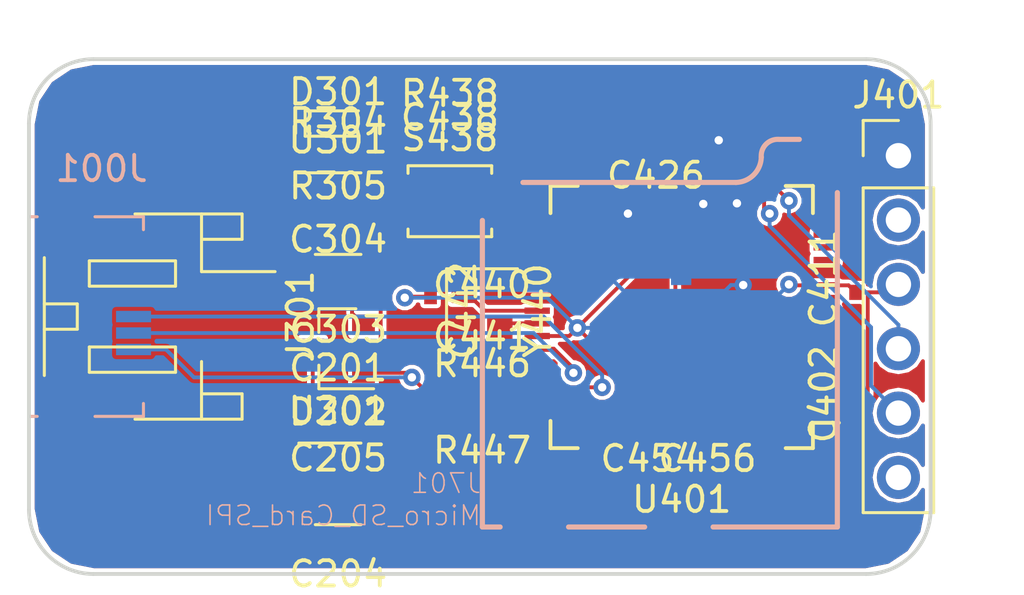
<source format=kicad_pcb>
(kicad_pcb (version 4) (host pcbnew 4.0.6-e0-6349~53~ubuntu16.04.1)

  (general
    (links 85)
    (no_connects 0)
    (area -44.4024 -15.188201 -3.904266 8.6474)
    (thickness 1.6)
    (drawings 8)
    (tracks 191)
    (zones 0)
    (modules 30)
    (nets 69)
  )

  (page A4)
  (layers
    (0 F.Cu signal)
    (31 B.Cu signal)
    (32 B.Adhes user)
    (33 F.Adhes user)
    (34 B.Paste user)
    (35 F.Paste user)
    (36 B.SilkS user)
    (37 F.SilkS user)
    (38 B.Mask user)
    (39 F.Mask user)
    (40 Dwgs.User user)
    (41 Cmts.User user)
    (42 Eco1.User user)
    (43 Eco2.User user)
    (44 Edge.Cuts user)
    (45 Margin user)
    (46 B.CrtYd user)
    (47 F.CrtYd user)
    (48 B.Fab user)
    (49 F.Fab user)
  )

  (setup
    (last_trace_width 0.1524)
    (trace_clearance 0.1524)
    (zone_clearance 0.1524)
    (zone_45_only no)
    (trace_min 0.1524)
    (segment_width 0.2)
    (edge_width 0.15)
    (via_size 0.6858)
    (via_drill 0.3302)
    (via_min_size 0.6858)
    (via_min_drill 0.3302)
    (uvia_size 0.3)
    (uvia_drill 0.1)
    (uvias_allowed no)
    (uvia_min_size 0)
    (uvia_min_drill 0)
    (pcb_text_width 0.3)
    (pcb_text_size 1.5 1.5)
    (mod_edge_width 0.15)
    (mod_text_size 0.1016 0.1016)
    (mod_text_width 0.01524)
    (pad_size 1.8 1.4)
    (pad_drill 0)
    (pad_to_mask_clearance 0.2)
    (aux_axis_origin 0 0)
    (visible_elements FFFFFF7F)
    (pcbplotparams
      (layerselection 0x00030_80000001)
      (usegerberextensions false)
      (excludeedgelayer true)
      (linewidth 0.100000)
      (plotframeref false)
      (viasonmask false)
      (mode 1)
      (useauxorigin false)
      (hpglpennumber 1)
      (hpglpenspeed 20)
      (hpglpendiameter 15)
      (hpglpenoverlay 2)
      (psnegative false)
      (psa4output false)
      (plotreference true)
      (plotvalue true)
      (plotinvisibletext false)
      (padsonsilk false)
      (subtractmaskfromsilk false)
      (outputformat 1)
      (mirror false)
      (drillshape 1)
      (scaleselection 1)
      (outputdirectory ""))
  )

  (net 0 "")
  (net 1 /VIN)
  (net 2 GND)
  (net 3 +3V3)
  (net 4 /VLIPO)
  (net 5 /VBUS+)
  (net 6 /D-)
  (net 7 /D+)
  (net 8 "Net-(J401-Pad2)")
  (net 9 /RX0)
  (net 10 /TX0)
  (net 11 "Net-(J401-Pad6)")
  (net 12 "Net-(U401-Pad1)")
  (net 13 "Net-(U401-Pad4)")
  (net 14 "Net-(U401-Pad5)")
  (net 15 "Net-(U401-Pad6)")
  (net 16 "Net-(U401-Pad7)")
  (net 17 "Net-(U401-Pad8)")
  (net 18 "Net-(U401-Pad9)")
  (net 19 "Net-(U401-Pad10)")
  (net 20 "Net-(U401-Pad13)")
  (net 21 "Net-(U401-Pad14)")
  (net 22 "Net-(U401-Pad15)")
  (net 23 "Net-(U401-Pad16)")
  (net 24 /SCK0)
  (net 25 /CS_SD)
  (net 26 /MISO0)
  (net 27 /MOSI0)
  (net 28 "Net-(U401-Pad23)")
  (net 29 "Net-(U401-Pad24)")
  (net 30 "Net-(U401-Pad28)")
  (net 31 "Net-(U401-Pad29)")
  (net 32 "Net-(U401-Pad30)")
  (net 33 "Net-(U401-Pad31)")
  (net 34 "Net-(U401-Pad32)")
  (net 35 "Net-(U401-Pad33)")
  (net 36 "Net-(U401-Pad34)")
  (net 37 "Net-(U401-Pad35)")
  (net 38 "Net-(U401-Pad36)")
  (net 39 "Net-(U401-Pad37)")
  (net 40 "Net-(U401-Pad45)")
  (net 41 /VBUS-)
  (net 42 "Net-(U401-Pad47)")
  (net 43 "Net-(U401-Pad48)")
  (net 44 "Net-(U401-Pad49)")
  (net 45 "Net-(U401-Pad50)")
  (net 46 "Net-(U401-Pad51)")
  (net 47 "Net-(U401-Pad52)")
  (net 48 "Net-(U401-Pad53)")
  (net 49 "Net-(U401-Pad57)")
  (net 50 "Net-(U401-Pad58)")
  (net 51 "Net-(U401-Pad59)")
  (net 52 "Net-(U401-Pad60)")
  (net 53 "Net-(U401-Pad61)")
  (net 54 "Net-(U401-Pad62)")
  (net 55 "Net-(U401-Pad63)")
  (net 56 "Net-(U401-Pad64)")
  (net 57 /OSC0)
  (net 58 /OSC1)
  (net 59 /STAT-)
  (net 60 /STAT+)
  (net 61 /PROG)
  (net 62 /RESET)
  (net 63 /BYPASS)
  (net 64 /ENABLE)
  (net 65 /VDDC)
  (net 66 "Net-(J701-Pad1)")
  (net 67 "Net-(J701-Pad8)")
  (net 68 "Net-(J701-Pad9)")

  (net_class Default "This is the default net class."
    (clearance 0.1524)
    (trace_width 0.1524)
    (via_dia 0.6858)
    (via_drill 0.3302)
    (uvia_dia 0.3)
    (uvia_drill 0.1)
    (add_net +3V3)
    (add_net /BYPASS)
    (add_net /CS_SD)
    (add_net /D+)
    (add_net /D-)
    (add_net /ENABLE)
    (add_net /MISO0)
    (add_net /MOSI0)
    (add_net /OSC0)
    (add_net /OSC1)
    (add_net /PROG)
    (add_net /RESET)
    (add_net /RX0)
    (add_net /SCK0)
    (add_net /STAT+)
    (add_net /STAT-)
    (add_net /TX0)
    (add_net /VBUS+)
    (add_net /VBUS-)
    (add_net /VDDC)
    (add_net /VIN)
    (add_net /VLIPO)
    (add_net GND)
    (add_net "Net-(J401-Pad2)")
    (add_net "Net-(J401-Pad6)")
    (add_net "Net-(J701-Pad1)")
    (add_net "Net-(J701-Pad8)")
    (add_net "Net-(J701-Pad9)")
    (add_net "Net-(U401-Pad1)")
    (add_net "Net-(U401-Pad10)")
    (add_net "Net-(U401-Pad13)")
    (add_net "Net-(U401-Pad14)")
    (add_net "Net-(U401-Pad15)")
    (add_net "Net-(U401-Pad16)")
    (add_net "Net-(U401-Pad23)")
    (add_net "Net-(U401-Pad24)")
    (add_net "Net-(U401-Pad28)")
    (add_net "Net-(U401-Pad29)")
    (add_net "Net-(U401-Pad30)")
    (add_net "Net-(U401-Pad31)")
    (add_net "Net-(U401-Pad32)")
    (add_net "Net-(U401-Pad33)")
    (add_net "Net-(U401-Pad34)")
    (add_net "Net-(U401-Pad35)")
    (add_net "Net-(U401-Pad36)")
    (add_net "Net-(U401-Pad37)")
    (add_net "Net-(U401-Pad4)")
    (add_net "Net-(U401-Pad45)")
    (add_net "Net-(U401-Pad47)")
    (add_net "Net-(U401-Pad48)")
    (add_net "Net-(U401-Pad49)")
    (add_net "Net-(U401-Pad5)")
    (add_net "Net-(U401-Pad50)")
    (add_net "Net-(U401-Pad51)")
    (add_net "Net-(U401-Pad52)")
    (add_net "Net-(U401-Pad53)")
    (add_net "Net-(U401-Pad57)")
    (add_net "Net-(U401-Pad58)")
    (add_net "Net-(U401-Pad59)")
    (add_net "Net-(U401-Pad6)")
    (add_net "Net-(U401-Pad60)")
    (add_net "Net-(U401-Pad61)")
    (add_net "Net-(U401-Pad62)")
    (add_net "Net-(U401-Pad63)")
    (add_net "Net-(U401-Pad64)")
    (add_net "Net-(U401-Pad7)")
    (add_net "Net-(U401-Pad8)")
    (add_net "Net-(U401-Pad9)")
  )

  (module TO_SOT_Packages_SMD:SOT-23-5 (layer F.Cu) (tedit 5883B1A6) (tstamp 58BF896C)
    (at -30.988 4.064)
    (descr "5-pin SOT23 package")
    (tags SOT-23-5)
    (path /58BEC894)
    (attr smd)
    (fp_text reference U201 (at 0 -2.9) (layer F.SilkS)
      (effects (font (size 1 1) (thickness 0.15)))
    )
    (fp_text value MIC5319-3.3 (at 0 2.9) (layer F.Fab)
      (effects (font (size 1 1) (thickness 0.15)))
    )
    (fp_line (start -0.9 1.61) (end 0.9 1.61) (layer F.SilkS) (width 0.12))
    (fp_line (start 0.9 -1.61) (end -1.55 -1.61) (layer F.SilkS) (width 0.12))
    (fp_line (start -1.9 -1.8) (end 1.9 -1.8) (layer F.CrtYd) (width 0.05))
    (fp_line (start 1.9 -1.8) (end 1.9 1.8) (layer F.CrtYd) (width 0.05))
    (fp_line (start 1.9 1.8) (end -1.9 1.8) (layer F.CrtYd) (width 0.05))
    (fp_line (start -1.9 1.8) (end -1.9 -1.8) (layer F.CrtYd) (width 0.05))
    (fp_line (start -0.9 -0.9) (end -0.25 -1.55) (layer F.Fab) (width 0.1))
    (fp_line (start 0.9 -1.55) (end -0.25 -1.55) (layer F.Fab) (width 0.1))
    (fp_line (start -0.9 -0.9) (end -0.9 1.55) (layer F.Fab) (width 0.1))
    (fp_line (start 0.9 1.55) (end -0.9 1.55) (layer F.Fab) (width 0.1))
    (fp_line (start 0.9 -1.55) (end 0.9 1.55) (layer F.Fab) (width 0.1))
    (pad 1 smd rect (at -1.1 -0.95) (size 1.06 0.65) (layers F.Cu F.Paste F.Mask)
      (net 1 /VIN))
    (pad 2 smd rect (at -1.1 0) (size 1.06 0.65) (layers F.Cu F.Paste F.Mask)
      (net 2 GND))
    (pad 3 smd rect (at -1.1 0.95) (size 1.06 0.65) (layers F.Cu F.Paste F.Mask)
      (net 64 /ENABLE))
    (pad 4 smd rect (at 1.1 0.95) (size 1.06 0.65) (layers F.Cu F.Paste F.Mask)
      (net 63 /BYPASS))
    (pad 5 smd rect (at 1.1 -0.95) (size 1.06 0.65) (layers F.Cu F.Paste F.Mask)
      (net 3 +3V3))
    (model TO_SOT_Packages_SMD.3dshapes/SOT-23-5.wrl
      (at (xyz 0 0 0))
      (scale (xyz 1 1 1))
      (rotate (xyz 0 0 0))
    )
  )

  (module Capacitors_SMD:C_0402_NoSilk (layer F.Cu) (tedit 58AA8408) (tstamp 58BF8D89)
    (at -30.988 0.762)
    (descr "Capacitor SMD 0402, reflow soldering, AVX (see smccp.pdf)")
    (tags "capacitor 0402")
    (path /58BF88C6)
    (attr smd)
    (fp_text reference C201 (at 0 -1.27) (layer F.SilkS)
      (effects (font (size 1 1) (thickness 0.15)))
    )
    (fp_text value 4.7uF (at 0 1.27) (layer F.Fab)
      (effects (font (size 1 1) (thickness 0.15)))
    )
    (fp_text user %R (at 0 -1.27) (layer F.Fab)
      (effects (font (size 1 1) (thickness 0.15)))
    )
    (fp_line (start -0.5 0.25) (end -0.5 -0.25) (layer F.Fab) (width 0.1))
    (fp_line (start 0.5 0.25) (end -0.5 0.25) (layer F.Fab) (width 0.1))
    (fp_line (start 0.5 -0.25) (end 0.5 0.25) (layer F.Fab) (width 0.1))
    (fp_line (start -0.5 -0.25) (end 0.5 -0.25) (layer F.Fab) (width 0.1))
    (fp_line (start -1 -0.4) (end 1 -0.4) (layer F.CrtYd) (width 0.05))
    (fp_line (start -1 -0.4) (end -1 0.4) (layer F.CrtYd) (width 0.05))
    (fp_line (start 1 0.4) (end 1 -0.4) (layer F.CrtYd) (width 0.05))
    (fp_line (start 1 0.4) (end -1 0.4) (layer F.CrtYd) (width 0.05))
    (pad 1 smd rect (at -0.55 0) (size 0.6 0.5) (layers F.Cu F.Paste F.Mask)
      (net 1 /VIN))
    (pad 2 smd rect (at 0.55 0) (size 0.6 0.5) (layers F.Cu F.Paste F.Mask)
      (net 2 GND))
    (model Capacitors_SMD.3dshapes/C_0402.wrl
      (at (xyz 0 0 0))
      (scale (xyz 1 1 1))
      (rotate (xyz 0 0 0))
    )
  )

  (module Capacitors_SMD:C_0402_NoSilk (layer F.Cu) (tedit 58AA8408) (tstamp 58BF8D98)
    (at -30.988 6.35 180)
    (descr "Capacitor SMD 0402, reflow soldering, AVX (see smccp.pdf)")
    (tags "capacitor 0402")
    (path /58BF8AD9)
    (attr smd)
    (fp_text reference C204 (at 0 -1.27 180) (layer F.SilkS)
      (effects (font (size 1 1) (thickness 0.15)))
    )
    (fp_text value 100nF (at 0 1.27 180) (layer F.Fab)
      (effects (font (size 1 1) (thickness 0.15)))
    )
    (fp_text user %R (at 0 -1.27 180) (layer F.Fab)
      (effects (font (size 1 1) (thickness 0.15)))
    )
    (fp_line (start -0.5 0.25) (end -0.5 -0.25) (layer F.Fab) (width 0.1))
    (fp_line (start 0.5 0.25) (end -0.5 0.25) (layer F.Fab) (width 0.1))
    (fp_line (start 0.5 -0.25) (end 0.5 0.25) (layer F.Fab) (width 0.1))
    (fp_line (start -0.5 -0.25) (end 0.5 -0.25) (layer F.Fab) (width 0.1))
    (fp_line (start -1 -0.4) (end 1 -0.4) (layer F.CrtYd) (width 0.05))
    (fp_line (start -1 -0.4) (end -1 0.4) (layer F.CrtYd) (width 0.05))
    (fp_line (start 1 0.4) (end 1 -0.4) (layer F.CrtYd) (width 0.05))
    (fp_line (start 1 0.4) (end -1 0.4) (layer F.CrtYd) (width 0.05))
    (pad 1 smd rect (at -0.55 0 180) (size 0.6 0.5) (layers F.Cu F.Paste F.Mask)
      (net 63 /BYPASS))
    (pad 2 smd rect (at 0.55 0 180) (size 0.6 0.5) (layers F.Cu F.Paste F.Mask)
      (net 2 GND))
    (model Capacitors_SMD.3dshapes/C_0402.wrl
      (at (xyz 0 0 0))
      (scale (xyz 1 1 1))
      (rotate (xyz 0 0 0))
    )
  )

  (module Capacitors_SMD:C_0402_NoSilk (layer F.Cu) (tedit 58AA8408) (tstamp 58BF8DA7)
    (at -30.988 1.778 180)
    (descr "Capacitor SMD 0402, reflow soldering, AVX (see smccp.pdf)")
    (tags "capacitor 0402")
    (path /58BF851C)
    (attr smd)
    (fp_text reference C205 (at 0 -1.27 180) (layer F.SilkS)
      (effects (font (size 1 1) (thickness 0.15)))
    )
    (fp_text value 4.7uF (at 0 1.27 180) (layer F.Fab)
      (effects (font (size 1 1) (thickness 0.15)))
    )
    (fp_text user %R (at 0 -1.27 180) (layer F.Fab)
      (effects (font (size 1 1) (thickness 0.15)))
    )
    (fp_line (start -0.5 0.25) (end -0.5 -0.25) (layer F.Fab) (width 0.1))
    (fp_line (start 0.5 0.25) (end -0.5 0.25) (layer F.Fab) (width 0.1))
    (fp_line (start 0.5 -0.25) (end 0.5 0.25) (layer F.Fab) (width 0.1))
    (fp_line (start -0.5 -0.25) (end 0.5 -0.25) (layer F.Fab) (width 0.1))
    (fp_line (start -1 -0.4) (end 1 -0.4) (layer F.CrtYd) (width 0.05))
    (fp_line (start -1 -0.4) (end -1 0.4) (layer F.CrtYd) (width 0.05))
    (fp_line (start 1 0.4) (end 1 -0.4) (layer F.CrtYd) (width 0.05))
    (fp_line (start 1 0.4) (end -1 0.4) (layer F.CrtYd) (width 0.05))
    (pad 1 smd rect (at -0.55 0 180) (size 0.6 0.5) (layers F.Cu F.Paste F.Mask)
      (net 3 +3V3))
    (pad 2 smd rect (at 0.55 0 180) (size 0.6 0.5) (layers F.Cu F.Paste F.Mask)
      (net 2 GND))
    (model Capacitors_SMD.3dshapes/C_0402.wrl
      (at (xyz 0 0 0))
      (scale (xyz 1 1 1))
      (rotate (xyz 0 0 0))
    )
  )

  (module Capacitors_SMD:C_0402_NoSilk (layer F.Cu) (tedit 58AA8408) (tstamp 58BF8DB6)
    (at -30.988 -3.302 180)
    (descr "Capacitor SMD 0402, reflow soldering, AVX (see smccp.pdf)")
    (tags "capacitor 0402")
    (path /58BE8C37)
    (attr smd)
    (fp_text reference C303 (at 0 -1.27 180) (layer F.SilkS)
      (effects (font (size 1 1) (thickness 0.15)))
    )
    (fp_text value 4.7uF (at 0 1.27 180) (layer F.Fab)
      (effects (font (size 1 1) (thickness 0.15)))
    )
    (fp_text user %R (at 0 -1.27 180) (layer F.Fab)
      (effects (font (size 1 1) (thickness 0.15)))
    )
    (fp_line (start -0.5 0.25) (end -0.5 -0.25) (layer F.Fab) (width 0.1))
    (fp_line (start 0.5 0.25) (end -0.5 0.25) (layer F.Fab) (width 0.1))
    (fp_line (start 0.5 -0.25) (end 0.5 0.25) (layer F.Fab) (width 0.1))
    (fp_line (start -0.5 -0.25) (end 0.5 -0.25) (layer F.Fab) (width 0.1))
    (fp_line (start -1 -0.4) (end 1 -0.4) (layer F.CrtYd) (width 0.05))
    (fp_line (start -1 -0.4) (end -1 0.4) (layer F.CrtYd) (width 0.05))
    (fp_line (start 1 0.4) (end 1 -0.4) (layer F.CrtYd) (width 0.05))
    (fp_line (start 1 0.4) (end -1 0.4) (layer F.CrtYd) (width 0.05))
    (pad 1 smd rect (at -0.55 0 180) (size 0.6 0.5) (layers F.Cu F.Paste F.Mask)
      (net 4 /VLIPO))
    (pad 2 smd rect (at 0.55 0 180) (size 0.6 0.5) (layers F.Cu F.Paste F.Mask)
      (net 2 GND))
    (model Capacitors_SMD.3dshapes/C_0402.wrl
      (at (xyz 0 0 0))
      (scale (xyz 1 1 1))
      (rotate (xyz 0 0 0))
    )
  )

  (module Capacitors_SMD:C_0402_NoSilk (layer F.Cu) (tedit 58AA8408) (tstamp 58BF8DC5)
    (at -30.988 -4.318)
    (descr "Capacitor SMD 0402, reflow soldering, AVX (see smccp.pdf)")
    (tags "capacitor 0402")
    (path /58BE8A11)
    (attr smd)
    (fp_text reference C304 (at 0 -1.27) (layer F.SilkS)
      (effects (font (size 1 1) (thickness 0.15)))
    )
    (fp_text value 4.7uF (at 0 1.27) (layer F.Fab)
      (effects (font (size 1 1) (thickness 0.15)))
    )
    (fp_text user %R (at 0 -1.27) (layer F.Fab)
      (effects (font (size 1 1) (thickness 0.15)))
    )
    (fp_line (start -0.5 0.25) (end -0.5 -0.25) (layer F.Fab) (width 0.1))
    (fp_line (start 0.5 0.25) (end -0.5 0.25) (layer F.Fab) (width 0.1))
    (fp_line (start 0.5 -0.25) (end 0.5 0.25) (layer F.Fab) (width 0.1))
    (fp_line (start -0.5 -0.25) (end 0.5 -0.25) (layer F.Fab) (width 0.1))
    (fp_line (start -1 -0.4) (end 1 -0.4) (layer F.CrtYd) (width 0.05))
    (fp_line (start -1 -0.4) (end -1 0.4) (layer F.CrtYd) (width 0.05))
    (fp_line (start 1 0.4) (end 1 -0.4) (layer F.CrtYd) (width 0.05))
    (fp_line (start 1 0.4) (end -1 0.4) (layer F.CrtYd) (width 0.05))
    (pad 1 smd rect (at -0.55 0) (size 0.6 0.5) (layers F.Cu F.Paste F.Mask)
      (net 2 GND))
    (pad 2 smd rect (at 0.55 0) (size 0.6 0.5) (layers F.Cu F.Paste F.Mask)
      (net 5 /VBUS+))
    (model Capacitors_SMD.3dshapes/C_0402.wrl
      (at (xyz 0 0 0))
      (scale (xyz 1 1 1))
      (rotate (xyz 0 0 0))
    )
  )

  (module Capacitors_SMD:C_0402_NoSilk (layer F.Cu) (tedit 58AA8408) (tstamp 58BF8DD4)
    (at -10.57891 0.526038 90)
    (descr "Capacitor SMD 0402, reflow soldering, AVX (see smccp.pdf)")
    (tags "capacitor 0402")
    (path /58BE5551)
    (attr smd)
    (fp_text reference C402 (at 0 -1.27 90) (layer F.SilkS)
      (effects (font (size 1 1) (thickness 0.15)))
    )
    (fp_text value 100nF (at 0 1.27 90) (layer F.Fab)
      (effects (font (size 1 1) (thickness 0.15)))
    )
    (fp_text user %R (at 0 -1.27 90) (layer F.Fab)
      (effects (font (size 1 1) (thickness 0.15)))
    )
    (fp_line (start -0.5 0.25) (end -0.5 -0.25) (layer F.Fab) (width 0.1))
    (fp_line (start 0.5 0.25) (end -0.5 0.25) (layer F.Fab) (width 0.1))
    (fp_line (start 0.5 -0.25) (end 0.5 0.25) (layer F.Fab) (width 0.1))
    (fp_line (start -0.5 -0.25) (end 0.5 -0.25) (layer F.Fab) (width 0.1))
    (fp_line (start -1 -0.4) (end 1 -0.4) (layer F.CrtYd) (width 0.05))
    (fp_line (start -1 -0.4) (end -1 0.4) (layer F.CrtYd) (width 0.05))
    (fp_line (start 1 0.4) (end 1 -0.4) (layer F.CrtYd) (width 0.05))
    (fp_line (start 1 0.4) (end -1 0.4) (layer F.CrtYd) (width 0.05))
    (pad 1 smd rect (at -0.55 0 90) (size 0.6 0.5) (layers F.Cu F.Paste F.Mask)
      (net 3 +3V3))
    (pad 2 smd rect (at 0.55 0 90) (size 0.6 0.5) (layers F.Cu F.Paste F.Mask)
      (net 2 GND))
    (model Capacitors_SMD.3dshapes/C_0402.wrl
      (at (xyz 0 0 0))
      (scale (xyz 1 1 1))
      (rotate (xyz 0 0 0))
    )
  )

  (module Capacitors_SMD:C_0402_NoSilk (layer F.Cu) (tedit 58AA8408) (tstamp 58BF8DE3)
    (at -10.57891 -4.045962 90)
    (descr "Capacitor SMD 0402, reflow soldering, AVX (see smccp.pdf)")
    (tags "capacitor 0402")
    (path /58BE55B6)
    (attr smd)
    (fp_text reference C411 (at 0 -1.27 90) (layer F.SilkS)
      (effects (font (size 1 1) (thickness 0.15)))
    )
    (fp_text value 100nF (at 0 1.27 90) (layer F.Fab)
      (effects (font (size 1 1) (thickness 0.15)))
    )
    (fp_text user %R (at 0 -1.27 90) (layer F.Fab)
      (effects (font (size 1 1) (thickness 0.15)))
    )
    (fp_line (start -0.5 0.25) (end -0.5 -0.25) (layer F.Fab) (width 0.1))
    (fp_line (start 0.5 0.25) (end -0.5 0.25) (layer F.Fab) (width 0.1))
    (fp_line (start 0.5 -0.25) (end 0.5 0.25) (layer F.Fab) (width 0.1))
    (fp_line (start -0.5 -0.25) (end 0.5 -0.25) (layer F.Fab) (width 0.1))
    (fp_line (start -1 -0.4) (end 1 -0.4) (layer F.CrtYd) (width 0.05))
    (fp_line (start -1 -0.4) (end -1 0.4) (layer F.CrtYd) (width 0.05))
    (fp_line (start 1 0.4) (end 1 -0.4) (layer F.CrtYd) (width 0.05))
    (fp_line (start 1 0.4) (end -1 0.4) (layer F.CrtYd) (width 0.05))
    (pad 1 smd rect (at -0.55 0 90) (size 0.6 0.5) (layers F.Cu F.Paste F.Mask)
      (net 3 +3V3))
    (pad 2 smd rect (at 0.55 0 90) (size 0.6 0.5) (layers F.Cu F.Paste F.Mask)
      (net 2 GND))
    (model Capacitors_SMD.3dshapes/C_0402.wrl
      (at (xyz 0 0 0))
      (scale (xyz 1 1 1))
      (rotate (xyz 0 0 0))
    )
  )

  (module Capacitors_SMD:C_0402_NoSilk (layer F.Cu) (tedit 58AA8408) (tstamp 58BF8DF2)
    (at -18.45291 -9.379962 180)
    (descr "Capacitor SMD 0402, reflow soldering, AVX (see smccp.pdf)")
    (tags "capacitor 0402")
    (path /58BE560E)
    (attr smd)
    (fp_text reference C426 (at 0 -1.27 180) (layer F.SilkS)
      (effects (font (size 1 1) (thickness 0.15)))
    )
    (fp_text value 100nF (at 0 1.27 180) (layer F.Fab)
      (effects (font (size 1 1) (thickness 0.15)))
    )
    (fp_text user %R (at 0 -1.27 180) (layer F.Fab)
      (effects (font (size 1 1) (thickness 0.15)))
    )
    (fp_line (start -0.5 0.25) (end -0.5 -0.25) (layer F.Fab) (width 0.1))
    (fp_line (start 0.5 0.25) (end -0.5 0.25) (layer F.Fab) (width 0.1))
    (fp_line (start 0.5 -0.25) (end 0.5 0.25) (layer F.Fab) (width 0.1))
    (fp_line (start -0.5 -0.25) (end 0.5 -0.25) (layer F.Fab) (width 0.1))
    (fp_line (start -1 -0.4) (end 1 -0.4) (layer F.CrtYd) (width 0.05))
    (fp_line (start -1 -0.4) (end -1 0.4) (layer F.CrtYd) (width 0.05))
    (fp_line (start 1 0.4) (end 1 -0.4) (layer F.CrtYd) (width 0.05))
    (fp_line (start 1 0.4) (end -1 0.4) (layer F.CrtYd) (width 0.05))
    (pad 1 smd rect (at -0.55 0 180) (size 0.6 0.5) (layers F.Cu F.Paste F.Mask)
      (net 3 +3V3))
    (pad 2 smd rect (at 0.55 0 180) (size 0.6 0.5) (layers F.Cu F.Paste F.Mask)
      (net 2 GND))
    (model Capacitors_SMD.3dshapes/C_0402.wrl
      (at (xyz 0 0 0))
      (scale (xyz 1 1 1))
      (rotate (xyz 0 0 0))
    )
  )

  (module Capacitors_SMD:C_0402_NoSilk (layer F.Cu) (tedit 58AA8408) (tstamp 58BF8E01)
    (at -26.58091 -9.125962)
    (descr "Capacitor SMD 0402, reflow soldering, AVX (see smccp.pdf)")
    (tags "capacitor 0402")
    (path /58BE5B80)
    (attr smd)
    (fp_text reference C438 (at 0 -1.27) (layer F.SilkS)
      (effects (font (size 1 1) (thickness 0.15)))
    )
    (fp_text value 100nF (at 0 1.27) (layer F.Fab)
      (effects (font (size 1 1) (thickness 0.15)))
    )
    (fp_text user %R (at 0 -1.27) (layer F.Fab)
      (effects (font (size 1 1) (thickness 0.15)))
    )
    (fp_line (start -0.5 0.25) (end -0.5 -0.25) (layer F.Fab) (width 0.1))
    (fp_line (start 0.5 0.25) (end -0.5 0.25) (layer F.Fab) (width 0.1))
    (fp_line (start 0.5 -0.25) (end 0.5 0.25) (layer F.Fab) (width 0.1))
    (fp_line (start -0.5 -0.25) (end 0.5 -0.25) (layer F.Fab) (width 0.1))
    (fp_line (start -1 -0.4) (end 1 -0.4) (layer F.CrtYd) (width 0.05))
    (fp_line (start -1 -0.4) (end -1 0.4) (layer F.CrtYd) (width 0.05))
    (fp_line (start 1 0.4) (end 1 -0.4) (layer F.CrtYd) (width 0.05))
    (fp_line (start 1 0.4) (end -1 0.4) (layer F.CrtYd) (width 0.05))
    (pad 1 smd rect (at -0.55 0) (size 0.6 0.5) (layers F.Cu F.Paste F.Mask)
      (net 2 GND))
    (pad 2 smd rect (at 0.55 0) (size 0.6 0.5) (layers F.Cu F.Paste F.Mask)
      (net 62 /RESET))
    (model Capacitors_SMD.3dshapes/C_0402.wrl
      (at (xyz 0 0 0))
      (scale (xyz 1 1 1))
      (rotate (xyz 0 0 0))
    )
  )

  (module Capacitors_SMD:C_0402_NoSilk (layer F.Cu) (tedit 58AA8408) (tstamp 58BF8E10)
    (at -25.31091 -5.061962 180)
    (descr "Capacitor SMD 0402, reflow soldering, AVX (see smccp.pdf)")
    (tags "capacitor 0402")
    (path /58BE4566)
    (attr smd)
    (fp_text reference C440 (at 0 -1.27 180) (layer F.SilkS)
      (effects (font (size 1 1) (thickness 0.15)))
    )
    (fp_text value 22pF (at 0 1.27 180) (layer F.Fab)
      (effects (font (size 1 1) (thickness 0.15)))
    )
    (fp_text user %R (at 0 -1.27 180) (layer F.Fab)
      (effects (font (size 1 1) (thickness 0.15)))
    )
    (fp_line (start -0.5 0.25) (end -0.5 -0.25) (layer F.Fab) (width 0.1))
    (fp_line (start 0.5 0.25) (end -0.5 0.25) (layer F.Fab) (width 0.1))
    (fp_line (start 0.5 -0.25) (end 0.5 0.25) (layer F.Fab) (width 0.1))
    (fp_line (start -0.5 -0.25) (end 0.5 -0.25) (layer F.Fab) (width 0.1))
    (fp_line (start -1 -0.4) (end 1 -0.4) (layer F.CrtYd) (width 0.05))
    (fp_line (start -1 -0.4) (end -1 0.4) (layer F.CrtYd) (width 0.05))
    (fp_line (start 1 0.4) (end 1 -0.4) (layer F.CrtYd) (width 0.05))
    (fp_line (start 1 0.4) (end -1 0.4) (layer F.CrtYd) (width 0.05))
    (pad 1 smd rect (at -0.55 0 180) (size 0.6 0.5) (layers F.Cu F.Paste F.Mask)
      (net 2 GND))
    (pad 2 smd rect (at 0.55 0 180) (size 0.6 0.5) (layers F.Cu F.Paste F.Mask)
      (net 57 /OSC0))
    (model Capacitors_SMD.3dshapes/C_0402.wrl
      (at (xyz 0 0 0))
      (scale (xyz 1 1 1))
      (rotate (xyz 0 0 0))
    )
  )

  (module Capacitors_SMD:C_0402_NoSilk (layer F.Cu) (tedit 58AA8408) (tstamp 58BF8E1F)
    (at -25.31091 -0.489962)
    (descr "Capacitor SMD 0402, reflow soldering, AVX (see smccp.pdf)")
    (tags "capacitor 0402")
    (path /58BE4517)
    (attr smd)
    (fp_text reference C441 (at 0 -1.27) (layer F.SilkS)
      (effects (font (size 1 1) (thickness 0.15)))
    )
    (fp_text value 22pF (at 0 1.27) (layer F.Fab)
      (effects (font (size 1 1) (thickness 0.15)))
    )
    (fp_text user %R (at 0 -1.27) (layer F.Fab)
      (effects (font (size 1 1) (thickness 0.15)))
    )
    (fp_line (start -0.5 0.25) (end -0.5 -0.25) (layer F.Fab) (width 0.1))
    (fp_line (start 0.5 0.25) (end -0.5 0.25) (layer F.Fab) (width 0.1))
    (fp_line (start 0.5 -0.25) (end 0.5 0.25) (layer F.Fab) (width 0.1))
    (fp_line (start -0.5 -0.25) (end 0.5 -0.25) (layer F.Fab) (width 0.1))
    (fp_line (start -1 -0.4) (end 1 -0.4) (layer F.CrtYd) (width 0.05))
    (fp_line (start -1 -0.4) (end -1 0.4) (layer F.CrtYd) (width 0.05))
    (fp_line (start 1 0.4) (end 1 -0.4) (layer F.CrtYd) (width 0.05))
    (fp_line (start 1 0.4) (end -1 0.4) (layer F.CrtYd) (width 0.05))
    (pad 1 smd rect (at -0.55 0) (size 0.6 0.5) (layers F.Cu F.Paste F.Mask)
      (net 2 GND))
    (pad 2 smd rect (at 0.55 0) (size 0.6 0.5) (layers F.Cu F.Paste F.Mask)
      (net 58 /OSC1))
    (model Capacitors_SMD.3dshapes/C_0402.wrl
      (at (xyz 0 0 0))
      (scale (xyz 1 1 1))
      (rotate (xyz 0 0 0))
    )
  )

  (module Capacitors_SMD:C_0402_NoSilk (layer F.Cu) (tedit 58AA8408) (tstamp 58BF8E2E)
    (at -27.34291 -2.775962 270)
    (descr "Capacitor SMD 0402, reflow soldering, AVX (see smccp.pdf)")
    (tags "capacitor 0402")
    (path /58BE5775)
    (attr smd)
    (fp_text reference C442 (at 0 -1.27 270) (layer F.SilkS)
      (effects (font (size 1 1) (thickness 0.15)))
    )
    (fp_text value 100nF (at 0 1.27 270) (layer F.Fab)
      (effects (font (size 1 1) (thickness 0.15)))
    )
    (fp_text user %R (at 0 -1.27 270) (layer F.Fab)
      (effects (font (size 1 1) (thickness 0.15)))
    )
    (fp_line (start -0.5 0.25) (end -0.5 -0.25) (layer F.Fab) (width 0.1))
    (fp_line (start 0.5 0.25) (end -0.5 0.25) (layer F.Fab) (width 0.1))
    (fp_line (start 0.5 -0.25) (end 0.5 0.25) (layer F.Fab) (width 0.1))
    (fp_line (start -0.5 -0.25) (end 0.5 -0.25) (layer F.Fab) (width 0.1))
    (fp_line (start -1 -0.4) (end 1 -0.4) (layer F.CrtYd) (width 0.05))
    (fp_line (start -1 -0.4) (end -1 0.4) (layer F.CrtYd) (width 0.05))
    (fp_line (start 1 0.4) (end 1 -0.4) (layer F.CrtYd) (width 0.05))
    (fp_line (start 1 0.4) (end -1 0.4) (layer F.CrtYd) (width 0.05))
    (pad 1 smd rect (at -0.55 0 270) (size 0.6 0.5) (layers F.Cu F.Paste F.Mask)
      (net 3 +3V3))
    (pad 2 smd rect (at 0.55 0 270) (size 0.6 0.5) (layers F.Cu F.Paste F.Mask)
      (net 2 GND))
    (model Capacitors_SMD.3dshapes/C_0402.wrl
      (at (xyz 0 0 0))
      (scale (xyz 1 1 1))
      (rotate (xyz 0 0 0))
    )
  )

  (module Capacitors_SMD:C_0402_NoSilk (layer F.Cu) (tedit 58AA8408) (tstamp 58BF8E3D)
    (at -18.70691 4.336038)
    (descr "Capacitor SMD 0402, reflow soldering, AVX (see smccp.pdf)")
    (tags "capacitor 0402")
    (path /58BE5A59)
    (attr smd)
    (fp_text reference C454 (at 0 -1.27) (layer F.SilkS)
      (effects (font (size 1 1) (thickness 0.15)))
    )
    (fp_text value 100nF (at 0 1.27) (layer F.Fab)
      (effects (font (size 1 1) (thickness 0.15)))
    )
    (fp_text user %R (at 0 -1.27) (layer F.Fab)
      (effects (font (size 1 1) (thickness 0.15)))
    )
    (fp_line (start -0.5 0.25) (end -0.5 -0.25) (layer F.Fab) (width 0.1))
    (fp_line (start 0.5 0.25) (end -0.5 0.25) (layer F.Fab) (width 0.1))
    (fp_line (start 0.5 -0.25) (end 0.5 0.25) (layer F.Fab) (width 0.1))
    (fp_line (start -0.5 -0.25) (end 0.5 -0.25) (layer F.Fab) (width 0.1))
    (fp_line (start -1 -0.4) (end 1 -0.4) (layer F.CrtYd) (width 0.05))
    (fp_line (start -1 -0.4) (end -1 0.4) (layer F.CrtYd) (width 0.05))
    (fp_line (start 1 0.4) (end 1 -0.4) (layer F.CrtYd) (width 0.05))
    (fp_line (start 1 0.4) (end -1 0.4) (layer F.CrtYd) (width 0.05))
    (pad 1 smd rect (at -0.55 0) (size 0.6 0.5) (layers F.Cu F.Paste F.Mask)
      (net 3 +3V3))
    (pad 2 smd rect (at 0.55 0) (size 0.6 0.5) (layers F.Cu F.Paste F.Mask)
      (net 2 GND))
    (model Capacitors_SMD.3dshapes/C_0402.wrl
      (at (xyz 0 0 0))
      (scale (xyz 1 1 1))
      (rotate (xyz 0 0 0))
    )
  )

  (module Capacitors_SMD:C_0402_NoSilk (layer F.Cu) (tedit 58AA8408) (tstamp 58BF8E4C)
    (at -16.42091 4.336038)
    (descr "Capacitor SMD 0402, reflow soldering, AVX (see smccp.pdf)")
    (tags "capacitor 0402")
    (path /58BE36BB)
    (attr smd)
    (fp_text reference C456 (at 0 -1.27) (layer F.SilkS)
      (effects (font (size 1 1) (thickness 0.15)))
    )
    (fp_text value 3.3uF (at 0 1.27) (layer F.Fab)
      (effects (font (size 1 1) (thickness 0.15)))
    )
    (fp_text user %R (at 0 -1.27) (layer F.Fab)
      (effects (font (size 1 1) (thickness 0.15)))
    )
    (fp_line (start -0.5 0.25) (end -0.5 -0.25) (layer F.Fab) (width 0.1))
    (fp_line (start 0.5 0.25) (end -0.5 0.25) (layer F.Fab) (width 0.1))
    (fp_line (start 0.5 -0.25) (end 0.5 0.25) (layer F.Fab) (width 0.1))
    (fp_line (start -0.5 -0.25) (end 0.5 -0.25) (layer F.Fab) (width 0.1))
    (fp_line (start -1 -0.4) (end 1 -0.4) (layer F.CrtYd) (width 0.05))
    (fp_line (start -1 -0.4) (end -1 0.4) (layer F.CrtYd) (width 0.05))
    (fp_line (start 1 0.4) (end 1 -0.4) (layer F.CrtYd) (width 0.05))
    (fp_line (start 1 0.4) (end -1 0.4) (layer F.CrtYd) (width 0.05))
    (pad 1 smd rect (at -0.55 0) (size 0.6 0.5) (layers F.Cu F.Paste F.Mask)
      (net 65 /VDDC))
    (pad 2 smd rect (at 0.55 0) (size 0.6 0.5) (layers F.Cu F.Paste F.Mask)
      (net 2 GND))
    (model Capacitors_SMD.3dshapes/C_0402.wrl
      (at (xyz 0 0 0))
      (scale (xyz 1 1 1))
      (rotate (xyz 0 0 0))
    )
  )

  (module LEDs:LED_0603 (layer F.Cu) (tedit 57FE93A5) (tstamp 58BF8E61)
    (at -30.988 -10.16)
    (descr "LED 0603 smd package")
    (tags "LED led 0603 SMD smd SMT smt smdled SMDLED smtled SMTLED")
    (path /58BE9190)
    (attr smd)
    (fp_text reference D301 (at 0 -1.25) (layer F.SilkS)
      (effects (font (size 1 1) (thickness 0.15)))
    )
    (fp_text value Yellow (at 0 1.35) (layer F.Fab)
      (effects (font (size 1 1) (thickness 0.15)))
    )
    (fp_line (start -1.3 -0.5) (end -1.3 0.5) (layer F.SilkS) (width 0.12))
    (fp_line (start -0.2 -0.2) (end -0.2 0.2) (layer F.Fab) (width 0.1))
    (fp_line (start -0.15 0) (end 0.15 -0.2) (layer F.Fab) (width 0.1))
    (fp_line (start 0.15 0.2) (end -0.15 0) (layer F.Fab) (width 0.1))
    (fp_line (start 0.15 -0.2) (end 0.15 0.2) (layer F.Fab) (width 0.1))
    (fp_line (start 0.8 0.4) (end -0.8 0.4) (layer F.Fab) (width 0.1))
    (fp_line (start 0.8 -0.4) (end 0.8 0.4) (layer F.Fab) (width 0.1))
    (fp_line (start -0.8 -0.4) (end 0.8 -0.4) (layer F.Fab) (width 0.1))
    (fp_line (start -0.8 0.4) (end -0.8 -0.4) (layer F.Fab) (width 0.1))
    (fp_line (start -1.3 0.5) (end 0.8 0.5) (layer F.SilkS) (width 0.12))
    (fp_line (start -1.3 -0.5) (end 0.8 -0.5) (layer F.SilkS) (width 0.12))
    (fp_line (start 1.45 -0.65) (end 1.45 0.65) (layer F.CrtYd) (width 0.05))
    (fp_line (start 1.45 0.65) (end -1.45 0.65) (layer F.CrtYd) (width 0.05))
    (fp_line (start -1.45 0.65) (end -1.45 -0.65) (layer F.CrtYd) (width 0.05))
    (fp_line (start -1.45 -0.65) (end 1.45 -0.65) (layer F.CrtYd) (width 0.05))
    (pad 2 smd rect (at 0.8 0 180) (size 0.8 0.8) (layers F.Cu F.Paste F.Mask)
      (net 60 /STAT+))
    (pad 1 smd rect (at -0.8 0 180) (size 0.8 0.8) (layers F.Cu F.Paste F.Mask)
      (net 59 /STAT-))
    (model LEDs.3dshapes/LED_0603.wrl
      (at (xyz 0 0 0))
      (scale (xyz 1 1 1))
      (rotate (xyz 0 0 180))
    )
  )

  (module TO_SOT_Packages_SMD:SOT-23 (layer F.Cu) (tedit 5883B105) (tstamp 58BF8E75)
    (at -30.988 -1.27 180)
    (descr "SOT-23, Standard")
    (tags SOT-23)
    (path /58BEBDAE)
    (attr smd)
    (fp_text reference D302 (at 0 -2.5 180) (layer F.SilkS)
      (effects (font (size 1 1) (thickness 0.15)))
    )
    (fp_text value PMEG2005CT (at 0 2.5 180) (layer F.Fab)
      (effects (font (size 1 1) (thickness 0.15)))
    )
    (fp_line (start -0.7 -0.95) (end -0.7 1.5) (layer F.Fab) (width 0.1))
    (fp_line (start -0.15 -1.52) (end 0.7 -1.52) (layer F.Fab) (width 0.1))
    (fp_line (start -0.7 -0.95) (end -0.15 -1.52) (layer F.Fab) (width 0.1))
    (fp_line (start 0.7 -1.52) (end 0.7 1.52) (layer F.Fab) (width 0.1))
    (fp_line (start -0.7 1.52) (end 0.7 1.52) (layer F.Fab) (width 0.1))
    (fp_line (start 0.76 1.58) (end 0.76 0.65) (layer F.SilkS) (width 0.12))
    (fp_line (start 0.76 -1.58) (end 0.76 -0.65) (layer F.SilkS) (width 0.12))
    (fp_line (start -1.7 -1.75) (end 1.7 -1.75) (layer F.CrtYd) (width 0.05))
    (fp_line (start 1.7 -1.75) (end 1.7 1.75) (layer F.CrtYd) (width 0.05))
    (fp_line (start 1.7 1.75) (end -1.7 1.75) (layer F.CrtYd) (width 0.05))
    (fp_line (start -1.7 1.75) (end -1.7 -1.75) (layer F.CrtYd) (width 0.05))
    (fp_line (start 0.76 -1.58) (end -1.4 -1.58) (layer F.SilkS) (width 0.12))
    (fp_line (start 0.76 1.58) (end -0.7 1.58) (layer F.SilkS) (width 0.12))
    (pad 1 smd rect (at -1 -0.95 180) (size 0.9 0.8) (layers F.Cu F.Paste F.Mask)
      (net 5 /VBUS+))
    (pad 2 smd rect (at -1 0.95 180) (size 0.9 0.8) (layers F.Cu F.Paste F.Mask)
      (net 4 /VLIPO))
    (pad 3 smd rect (at 1 0 180) (size 0.9 0.8) (layers F.Cu F.Paste F.Mask)
      (net 1 /VIN))
    (model TO_SOT_Packages_SMD.3dshapes/SOT-23.wrl
      (at (xyz 0 0 0))
      (scale (xyz 1 1 1))
      (rotate (xyz 0 0 90))
    )
  )

  (module Connectors_Molex:USB_Micro-B_Molex_47346-0001 (layer B.Cu) (tedit 5899FC64) (tstamp 58BF8E94)
    (at -40.386 -2.54)
    (descr http://www.molex.com/pdm_docs/sd/473460001_sd.pdf)
    (tags "Micro-USB SMD")
    (path /58BE6A32)
    (attr smd)
    (fp_text reference J001 (at 0.07 -5.84 180) (layer B.SilkS)
      (effects (font (size 1 1) (thickness 0.15)) (justify mirror))
    )
    (fp_text value USB_OTG (at 0.07 5.97) (layer B.Fab)
      (effects (font (size 1 1) (thickness 0.15)) (justify mirror))
    )
    (fp_text user "PCB Front Edge" (at -2.85 -7.62 270) (layer Dwgs.User)
      (effects (font (size 0.4 0.4) (thickness 0.04)))
    )
    (fp_line (start 1.72 -3.94) (end 1.72 -3.43) (layer B.SilkS) (width 0.12))
    (fp_line (start -3.74 -4.6) (end -3.74 4.6) (layer B.CrtYd) (width 0.05))
    (fp_line (start 2.52 -4.6) (end -3.74 -4.6) (layer B.CrtYd) (width 0.05))
    (fp_line (start 2.52 4.6) (end 2.52 -4.6) (layer B.CrtYd) (width 0.05))
    (fp_line (start -3.74 4.6) (end 2.52 4.6) (layer B.CrtYd) (width 0.05))
    (fp_line (start -3.48 -3.75) (end -3.48 3.75) (layer B.Fab) (width 0.1))
    (fp_line (start 1.52 -3.75) (end -3.48 -3.75) (layer B.Fab) (width 0.1))
    (fp_line (start 1.52 3.75) (end 1.52 -3.75) (layer B.Fab) (width 0.1))
    (fp_line (start -3.48 3.75) (end 1.52 3.75) (layer B.Fab) (width 0.1))
    (fp_line (start -2.47 -3.94) (end -2.73 -3.94) (layer B.SilkS) (width 0.12))
    (fp_line (start 1.72 -3.94) (end -0.19 -3.94) (layer B.SilkS) (width 0.12))
    (fp_line (start 1.72 3.94) (end 1.72 3.43) (layer B.SilkS) (width 0.12))
    (fp_line (start -0.19 3.94) (end 1.72 3.94) (layer B.SilkS) (width 0.12))
    (fp_line (start -2.73 3.94) (end -2.47 3.94) (layer B.SilkS) (width 0.12))
    (fp_line (start -2.78 5) (end -2.78 -5) (layer Dwgs.User) (width 0.15))
    (pad 1 smd rect (at 1.33 1.3) (size 1.38 0.45) (layers B.Cu B.Paste B.Mask)
      (net 5 /VBUS+))
    (pad 2 smd rect (at 1.33 0.65) (size 1.38 0.45) (layers B.Cu B.Paste B.Mask)
      (net 6 /D-))
    (pad 3 smd rect (at 1.33 0) (size 1.38 0.45) (layers B.Cu B.Paste B.Mask)
      (net 7 /D+))
    (pad 4 smd rect (at 1.33 -0.65) (size 1.38 0.45) (layers B.Cu B.Paste B.Mask)
      (net 2 GND))
    (pad 5 smd rect (at 1.33 -1.3) (size 1.38 0.45) (layers B.Cu B.Paste B.Mask)
      (net 2 GND))
    (pad 6 smd rect (at 0.97 2.4625) (size 2.1 1.475) (layers B.Cu B.Paste B.Mask)
      (net 2 GND))
    (pad 6 smd rect (at 0.97 -2.4625) (size 2.1 1.475) (layers B.Cu B.Paste B.Mask)
      (net 2 GND))
    (pad 6 smd rect (at -1.33 2.91) (size 1.9 2.375) (layers B.Cu B.Paste B.Mask)
      (net 2 GND))
    (pad 6 smd rect (at -1.33 -2.91) (size 1.9 2.375) (layers B.Cu B.Paste B.Mask)
      (net 2 GND))
    (pad 6 smd rect (at -1.33 0.84) (size 1.9 1.175) (layers B.Cu B.Paste B.Mask)
      (net 2 GND))
    (pad 6 smd rect (at -1.33 -0.84) (size 1.9 1.175) (layers B.Cu B.Paste B.Mask)
      (net 2 GND))
    (model Connectors_Molex.3dshapes/USB_Micro-B_Molex_47346-0001.wrl
      (at (xyz -0.05 0 0.05))
      (scale (xyz 0.39 0.39 0.39))
      (rotate (xyz -90 0 90))
    )
  )

  (module Connectors_JST:JST_PH_S2B-PH-SM4-TB_02x2.00mm_Angled (layer F.Cu) (tedit 58BF9A1C) (tstamp 58BF8EC2)
    (at -38.1 -2.54 270)
    (descr "JST PH series connector, S2B-PH-SM4-TB, side entry type, surface mount, Datasheet: http://www.jst-mfg.com/product/pdf/eng/ePH.pdf")
    (tags "connector jst ph")
    (path /58C001D8)
    (attr smd)
    (fp_text reference J301 (at 0 -5.625 270) (layer F.SilkS)
      (effects (font (size 1 1) (thickness 0.15)))
    )
    (fp_text value Battery_Cell_Conn (at 0 5.375 270) (layer F.Fab)
      (effects (font (size 1 1) (thickness 0.15)))
    )
    (fp_line (start -3.15 -1.625) (end -3.15 -3.225) (layer F.Fab) (width 0.1))
    (fp_line (start -3.15 -3.225) (end -3.95 -3.225) (layer F.Fab) (width 0.1))
    (fp_line (start -3.95 -3.225) (end -3.95 4.375) (layer F.Fab) (width 0.1))
    (fp_line (start -3.95 4.375) (end 3.95 4.375) (layer F.Fab) (width 0.1))
    (fp_line (start 3.95 4.375) (end 3.95 -3.225) (layer F.Fab) (width 0.1))
    (fp_line (start 3.95 -3.225) (end 3.15 -3.225) (layer F.Fab) (width 0.1))
    (fp_line (start 3.15 -3.225) (end 3.15 -1.625) (layer F.Fab) (width 0.1))
    (fp_line (start 3.15 -1.625) (end -3.15 -1.625) (layer F.Fab) (width 0.1))
    (fp_line (start -1.775 -1.725) (end -3.05 -1.725) (layer F.SilkS) (width 0.12))
    (fp_line (start -3.05 -1.725) (end -3.05 -3.325) (layer F.SilkS) (width 0.12))
    (fp_line (start -3.05 -3.325) (end -4.05 -3.325) (layer F.SilkS) (width 0.12))
    (fp_line (start -4.05 -3.325) (end -4.05 0.9) (layer F.SilkS) (width 0.12))
    (fp_line (start 4.05 0.9) (end 4.05 -3.325) (layer F.SilkS) (width 0.12))
    (fp_line (start 4.05 -3.325) (end 3.05 -3.325) (layer F.SilkS) (width 0.12))
    (fp_line (start 3.05 -3.325) (end 3.05 -1.725) (layer F.SilkS) (width 0.12))
    (fp_line (start 3.05 -1.725) (end 1.775 -1.725) (layer F.SilkS) (width 0.12))
    (fp_line (start -0.5 4.475) (end -0.5 3.175) (layer F.SilkS) (width 0.12))
    (fp_line (start -0.5 3.175) (end 0.5 3.175) (layer F.SilkS) (width 0.12))
    (fp_line (start 0.5 3.175) (end 0.5 4.475) (layer F.SilkS) (width 0.12))
    (fp_line (start -4.05 -1.725) (end -3.05 -1.725) (layer F.SilkS) (width 0.12))
    (fp_line (start 4.05 -1.725) (end 3.05 -1.725) (layer F.SilkS) (width 0.12))
    (fp_line (start -2.325 4.475) (end 2.325 4.475) (layer F.SilkS) (width 0.12))
    (fp_line (start -2.2 -0.7) (end -2.2 2.7) (layer F.SilkS) (width 0.12))
    (fp_line (start -2.2 2.7) (end -1.2 2.7) (layer F.SilkS) (width 0.12))
    (fp_line (start -1.2 2.7) (end -1.2 -0.7) (layer F.SilkS) (width 0.12))
    (fp_line (start -1.2 -0.7) (end -2.2 -0.7) (layer F.SilkS) (width 0.12))
    (fp_line (start 2.2 -0.7) (end 2.2 2.7) (layer F.SilkS) (width 0.12))
    (fp_line (start 2.2 2.7) (end 1.2 2.7) (layer F.SilkS) (width 0.12))
    (fp_line (start 1.2 2.7) (end 1.2 -0.7) (layer F.SilkS) (width 0.12))
    (fp_line (start 1.2 -0.7) (end 2.2 -0.7) (layer F.SilkS) (width 0.12))
    (fp_line (start -1.775 -1.725) (end -1.775 -4.625) (layer F.SilkS) (width 0.12))
    (fp_line (start -2 -1.625) (end -1 -0.625) (layer F.Fab) (width 0.1))
    (fp_line (start -1 -0.625) (end 0 -1.625) (layer F.Fab) (width 0.1))
    (fp_line (start -4.6 -5.13) (end -4.6 5.07) (layer F.CrtYd) (width 0.05))
    (fp_line (start -4.6 5.07) (end 4.6 5.07) (layer F.CrtYd) (width 0.05))
    (fp_line (start 4.6 5.07) (end 4.6 -5.13) (layer F.CrtYd) (width 0.05))
    (fp_line (start 4.6 -5.13) (end -4.6 -5.13) (layer F.CrtYd) (width 0.05))
    (fp_text user %R (at 0 1.5 270) (layer F.Fab)
      (effects (font (size 1 1) (thickness 0.15)))
    )
    (pad 2 smd rect (at -1 -2.875 270) (size 1 3.5) (layers F.Cu F.Paste F.Mask)
      (net 4 /VLIPO))
    (pad 1 smd rect (at 1 -2.875 270) (size 1 3.5) (layers F.Cu F.Paste F.Mask)
      (net 2 GND))
    (pad 3 smd rect (at -3.35 2.875 270) (size 1.5 3.4) (layers F.Cu F.Paste F.Mask)
      (net 2 GND))
    (pad 4 smd rect (at 3.35 2.875 270) (size 1.5 3.4) (layers F.Cu F.Paste F.Mask)
      (net 2 GND))
    (model Connectors_JST.3dshapes/JST_PH_S2B-PH-SM4-TB_02x2.00mm_Angled.wrl
      (at (xyz 0 0 0))
      (scale (xyz 1 1 1))
      (rotate (xyz 0 0 0))
    )
  )

  (module Pin_Headers:Pin_Header_Straight_1x06_Pitch2.54mm (layer F.Cu) (tedit 5862ED52) (tstamp 58BF8EDA)
    (at -8.89 -8.89)
    (descr "Through hole straight pin header, 1x06, 2.54mm pitch, single row")
    (tags "Through hole pin header THT 1x06 2.54mm single row")
    (path /58BE6E86)
    (fp_text reference J401 (at 0 -2.39) (layer F.SilkS)
      (effects (font (size 1 1) (thickness 0.15)))
    )
    (fp_text value CONN_01X06 (at 0 15.09) (layer F.Fab)
      (effects (font (size 1 1) (thickness 0.15)))
    )
    (fp_line (start -1.27 -1.27) (end -1.27 13.97) (layer F.Fab) (width 0.1))
    (fp_line (start -1.27 13.97) (end 1.27 13.97) (layer F.Fab) (width 0.1))
    (fp_line (start 1.27 13.97) (end 1.27 -1.27) (layer F.Fab) (width 0.1))
    (fp_line (start 1.27 -1.27) (end -1.27 -1.27) (layer F.Fab) (width 0.1))
    (fp_line (start -1.39 1.27) (end -1.39 14.09) (layer F.SilkS) (width 0.12))
    (fp_line (start -1.39 14.09) (end 1.39 14.09) (layer F.SilkS) (width 0.12))
    (fp_line (start 1.39 14.09) (end 1.39 1.27) (layer F.SilkS) (width 0.12))
    (fp_line (start 1.39 1.27) (end -1.39 1.27) (layer F.SilkS) (width 0.12))
    (fp_line (start -1.39 0) (end -1.39 -1.39) (layer F.SilkS) (width 0.12))
    (fp_line (start -1.39 -1.39) (end 0 -1.39) (layer F.SilkS) (width 0.12))
    (fp_line (start -1.6 -1.6) (end -1.6 14.3) (layer F.CrtYd) (width 0.05))
    (fp_line (start -1.6 14.3) (end 1.6 14.3) (layer F.CrtYd) (width 0.05))
    (fp_line (start 1.6 14.3) (end 1.6 -1.6) (layer F.CrtYd) (width 0.05))
    (fp_line (start 1.6 -1.6) (end -1.6 -1.6) (layer F.CrtYd) (width 0.05))
    (pad 1 thru_hole rect (at 0 0) (size 1.7 1.7) (drill 1) (layers *.Cu *.Mask)
      (net 2 GND))
    (pad 2 thru_hole oval (at 0 2.54) (size 1.7 1.7) (drill 1) (layers *.Cu *.Mask)
      (net 8 "Net-(J401-Pad2)"))
    (pad 3 thru_hole oval (at 0 5.08) (size 1.7 1.7) (drill 1) (layers *.Cu *.Mask)
      (net 3 +3V3))
    (pad 4 thru_hole oval (at 0 7.62) (size 1.7 1.7) (drill 1) (layers *.Cu *.Mask)
      (net 9 /RX0))
    (pad 5 thru_hole oval (at 0 10.16) (size 1.7 1.7) (drill 1) (layers *.Cu *.Mask)
      (net 10 /TX0))
    (pad 6 thru_hole oval (at 0 12.7) (size 1.7 1.7) (drill 1) (layers *.Cu *.Mask)
      (net 11 "Net-(J401-Pad6)"))
    (model Pin_Headers.3dshapes/Pin_Header_Straight_1x06_Pitch2.54mm.wrl
      (at (xyz 0 -0.25 0))
      (scale (xyz 1 1 1))
      (rotate (xyz 0 0 90))
    )
  )

  (module Buttons_Switches_SMD:SW_SPST_B3U-1000P (layer F.Cu) (tedit 58724258) (tstamp 58BF8EF0)
    (at -26.58091 -7.093962)
    (descr "Ultra-small-sized Tactile Switch with High Contact Reliability, Top-actuated Model, without Ground Terminal, without Boss")
    (tags "Tactile Switch")
    (path /58BE5029)
    (attr smd)
    (fp_text reference S438 (at 0 -2.5) (layer F.SilkS)
      (effects (font (size 1 1) (thickness 0.15)))
    )
    (fp_text value SW_Push (at 0 2.5) (layer F.Fab)
      (effects (font (size 1 1) (thickness 0.15)))
    )
    (fp_text user %R (at 0 -2.5) (layer F.Fab)
      (effects (font (size 1 1) (thickness 0.15)))
    )
    (fp_line (start -2.4 1.65) (end 2.4 1.65) (layer F.CrtYd) (width 0.05))
    (fp_line (start 2.4 1.65) (end 2.4 -1.65) (layer F.CrtYd) (width 0.05))
    (fp_line (start 2.4 -1.65) (end -2.4 -1.65) (layer F.CrtYd) (width 0.05))
    (fp_line (start -2.4 -1.65) (end -2.4 1.65) (layer F.CrtYd) (width 0.05))
    (fp_line (start -1.65 1.1) (end -1.65 1.4) (layer F.SilkS) (width 0.12))
    (fp_line (start -1.65 1.4) (end 1.65 1.4) (layer F.SilkS) (width 0.12))
    (fp_line (start 1.65 1.4) (end 1.65 1.1) (layer F.SilkS) (width 0.12))
    (fp_line (start -1.65 -1.1) (end -1.65 -1.4) (layer F.SilkS) (width 0.12))
    (fp_line (start -1.65 -1.4) (end 1.65 -1.4) (layer F.SilkS) (width 0.12))
    (fp_line (start 1.65 -1.4) (end 1.65 -1.1) (layer F.SilkS) (width 0.12))
    (fp_line (start -1.5 -1.25) (end 1.5 -1.25) (layer F.Fab) (width 0.1))
    (fp_line (start 1.5 -1.25) (end 1.5 1.25) (layer F.Fab) (width 0.1))
    (fp_line (start 1.5 1.25) (end -1.5 1.25) (layer F.Fab) (width 0.1))
    (fp_line (start -1.5 1.25) (end -1.5 -1.25) (layer F.Fab) (width 0.1))
    (fp_circle (center 0 0) (end 0.75 0) (layer F.Fab) (width 0.1))
    (pad 1 smd rect (at -1.7 0) (size 0.9 1.7) (layers F.Cu F.Paste F.Mask)
      (net 2 GND))
    (pad 2 smd rect (at 1.7 0) (size 0.9 1.7) (layers F.Cu F.Paste F.Mask)
      (net 62 /RESET))
  )

  (module TO_SOT_Packages_SMD:SOT-23-5 (layer F.Cu) (tedit 5883B1A6) (tstamp 58BF8F04)
    (at -30.988 -6.604)
    (descr "5-pin SOT23 package")
    (tags SOT-23-5)
    (path /58BE854B)
    (attr smd)
    (fp_text reference U301 (at 0 -2.9) (layer F.SilkS)
      (effects (font (size 1 1) (thickness 0.15)))
    )
    (fp_text value MCP73831 (at 0 2.9) (layer F.Fab)
      (effects (font (size 1 1) (thickness 0.15)))
    )
    (fp_line (start -0.9 1.61) (end 0.9 1.61) (layer F.SilkS) (width 0.12))
    (fp_line (start 0.9 -1.61) (end -1.55 -1.61) (layer F.SilkS) (width 0.12))
    (fp_line (start -1.9 -1.8) (end 1.9 -1.8) (layer F.CrtYd) (width 0.05))
    (fp_line (start 1.9 -1.8) (end 1.9 1.8) (layer F.CrtYd) (width 0.05))
    (fp_line (start 1.9 1.8) (end -1.9 1.8) (layer F.CrtYd) (width 0.05))
    (fp_line (start -1.9 1.8) (end -1.9 -1.8) (layer F.CrtYd) (width 0.05))
    (fp_line (start -0.9 -0.9) (end -0.25 -1.55) (layer F.Fab) (width 0.1))
    (fp_line (start 0.9 -1.55) (end -0.25 -1.55) (layer F.Fab) (width 0.1))
    (fp_line (start -0.9 -0.9) (end -0.9 1.55) (layer F.Fab) (width 0.1))
    (fp_line (start 0.9 1.55) (end -0.9 1.55) (layer F.Fab) (width 0.1))
    (fp_line (start 0.9 -1.55) (end 0.9 1.55) (layer F.Fab) (width 0.1))
    (pad 1 smd rect (at -1.1 -0.95) (size 1.06 0.65) (layers F.Cu F.Paste F.Mask)
      (net 59 /STAT-))
    (pad 2 smd rect (at -1.1 0) (size 1.06 0.65) (layers F.Cu F.Paste F.Mask)
      (net 2 GND))
    (pad 3 smd rect (at -1.1 0.95) (size 1.06 0.65) (layers F.Cu F.Paste F.Mask)
      (net 4 /VLIPO))
    (pad 4 smd rect (at 1.1 0.95) (size 1.06 0.65) (layers F.Cu F.Paste F.Mask)
      (net 5 /VBUS+))
    (pad 5 smd rect (at 1.1 -0.95) (size 1.06 0.65) (layers F.Cu F.Paste F.Mask)
      (net 61 /PROG))
    (model TO_SOT_Packages_SMD.3dshapes/SOT-23-5.wrl
      (at (xyz 0 0 0))
      (scale (xyz 1 1 1))
      (rotate (xyz 0 0 0))
    )
  )

  (module Housings_QFP:LQFP-64_10x10mm_Pitch0.5mm (layer F.Cu) (tedit 58BF909A) (tstamp 58BF8F5B)
    (at -17.43691 -2.521962 180)
    (descr "64 LEAD LQFP 10x10mm (see MICREL LQFP10x10-64LD-PL-1.pdf)")
    (tags "QFP 0.5")
    (path /58BE35B8)
    (attr smd)
    (fp_text reference U401 (at 0 -7.2 180) (layer F.SilkS)
      (effects (font (size 1 1) (thickness 0.15)))
    )
    (fp_text value TM4C1232 (at 0 7.2 180) (layer F.Fab)
      (effects (font (size 1 1) (thickness 0.15)))
    )
    (fp_text user %R (at 4.064 -1.27 180) (layer F.Fab)
      (effects (font (size 0.127 0.127) (thickness 0.01524)))
    )
    (fp_line (start -4 -5) (end 5 -5) (layer F.Fab) (width 0.15))
    (fp_line (start 5 -5) (end 5 5) (layer F.Fab) (width 0.15))
    (fp_line (start 5 5) (end -5 5) (layer F.Fab) (width 0.15))
    (fp_line (start -5 5) (end -5 -4) (layer F.Fab) (width 0.15))
    (fp_line (start -5 -4) (end -4 -5) (layer F.Fab) (width 0.15))
    (fp_line (start -6.45 -6.45) (end -6.45 6.45) (layer F.CrtYd) (width 0.05))
    (fp_line (start 6.45 -6.45) (end 6.45 6.45) (layer F.CrtYd) (width 0.05))
    (fp_line (start -6.45 -6.45) (end 6.45 -6.45) (layer F.CrtYd) (width 0.05))
    (fp_line (start -6.45 6.45) (end 6.45 6.45) (layer F.CrtYd) (width 0.05))
    (fp_line (start -5.175 -5.175) (end -5.175 -4.175) (layer F.SilkS) (width 0.15))
    (fp_line (start 5.175 -5.175) (end 5.175 -4.1) (layer F.SilkS) (width 0.15))
    (fp_line (start 5.175 5.175) (end 5.175 4.1) (layer F.SilkS) (width 0.15))
    (fp_line (start -5.175 5.175) (end -5.175 4.1) (layer F.SilkS) (width 0.15))
    (fp_line (start -5.175 -5.175) (end -4.1 -5.175) (layer F.SilkS) (width 0.15))
    (fp_line (start -5.175 5.175) (end -4.1 5.175) (layer F.SilkS) (width 0.15))
    (fp_line (start 5.175 5.175) (end 4.1 5.175) (layer F.SilkS) (width 0.15))
    (fp_line (start 5.175 -5.175) (end 4.1 -5.175) (layer F.SilkS) (width 0.15))
    (fp_line (start -5.175 -4.175) (end -6.2 -4.175) (layer F.SilkS) (width 0.15))
    (pad 1 smd rect (at -5.7 -3.75 180) (size 1 0.25) (layers F.Cu F.Paste F.Mask)
      (net 12 "Net-(U401-Pad1)"))
    (pad 2 smd rect (at -5.7 -3.25 180) (size 1 0.25) (layers F.Cu F.Paste F.Mask)
      (net 3 +3V3))
    (pad 3 smd rect (at -5.7 -2.75 180) (size 1 0.25) (layers F.Cu F.Paste F.Mask)
      (net 2 GND))
    (pad 4 smd rect (at -5.7 -2.25 180) (size 1 0.25) (layers F.Cu F.Paste F.Mask)
      (net 13 "Net-(U401-Pad4)"))
    (pad 5 smd rect (at -5.7 -1.75 180) (size 1 0.25) (layers F.Cu F.Paste F.Mask)
      (net 14 "Net-(U401-Pad5)"))
    (pad 6 smd rect (at -5.7 -1.25 180) (size 1 0.25) (layers F.Cu F.Paste F.Mask)
      (net 15 "Net-(U401-Pad6)"))
    (pad 7 smd rect (at -5.7 -0.75 180) (size 1 0.25) (layers F.Cu F.Paste F.Mask)
      (net 16 "Net-(U401-Pad7)"))
    (pad 8 smd rect (at -5.7 -0.25 180) (size 1 0.25) (layers F.Cu F.Paste F.Mask)
      (net 17 "Net-(U401-Pad8)"))
    (pad 9 smd rect (at -5.7 0.25 180) (size 1 0.25) (layers F.Cu F.Paste F.Mask)
      (net 18 "Net-(U401-Pad9)"))
    (pad 10 smd rect (at -5.7 0.75 180) (size 1 0.25) (layers F.Cu F.Paste F.Mask)
      (net 19 "Net-(U401-Pad10)"))
    (pad 11 smd rect (at -5.7 1.25 180) (size 1 0.25) (layers F.Cu F.Paste F.Mask)
      (net 3 +3V3))
    (pad 12 smd rect (at -5.7 1.75 180) (size 1 0.25) (layers F.Cu F.Paste F.Mask)
      (net 2 GND))
    (pad 13 smd rect (at -5.7 2.25 180) (size 1 0.25) (layers F.Cu F.Paste F.Mask)
      (net 20 "Net-(U401-Pad13)"))
    (pad 14 smd rect (at -5.7 2.75 180) (size 1 0.25) (layers F.Cu F.Paste F.Mask)
      (net 21 "Net-(U401-Pad14)"))
    (pad 15 smd rect (at -5.7 3.25 180) (size 1 0.25) (layers F.Cu F.Paste F.Mask)
      (net 22 "Net-(U401-Pad15)"))
    (pad 16 smd rect (at -5.7 3.75 180) (size 1 0.25) (layers F.Cu F.Paste F.Mask)
      (net 23 "Net-(U401-Pad16)"))
    (pad 17 smd rect (at -3.75 5.7 270) (size 1 0.25) (layers F.Cu F.Paste F.Mask)
      (net 9 /RX0))
    (pad 18 smd rect (at -3.25 5.7 270) (size 1 0.25) (layers F.Cu F.Paste F.Mask)
      (net 10 /TX0))
    (pad 19 smd rect (at -2.75 5.7 270) (size 1 0.25) (layers F.Cu F.Paste F.Mask)
      (net 24 /SCK0))
    (pad 20 smd rect (at -2.25 5.7 270) (size 1 0.25) (layers F.Cu F.Paste F.Mask)
      (net 25 /CS_SD))
    (pad 21 smd rect (at -1.75 5.7 270) (size 1 0.25) (layers F.Cu F.Paste F.Mask)
      (net 26 /MISO0))
    (pad 22 smd rect (at -1.25 5.7 270) (size 1 0.25) (layers F.Cu F.Paste F.Mask)
      (net 27 /MOSI0))
    (pad 23 smd rect (at -0.75 5.7 270) (size 1 0.25) (layers F.Cu F.Paste F.Mask)
      (net 28 "Net-(U401-Pad23)"))
    (pad 24 smd rect (at -0.25 5.7 270) (size 1 0.25) (layers F.Cu F.Paste F.Mask)
      (net 29 "Net-(U401-Pad24)"))
    (pad 25 smd rect (at 0.25 5.7 270) (size 1 0.25) (layers F.Cu F.Paste F.Mask)
      (net 65 /VDDC))
    (pad 26 smd rect (at 0.75 5.7 270) (size 1 0.25) (layers F.Cu F.Paste F.Mask)
      (net 3 +3V3))
    (pad 27 smd rect (at 1.25 5.7 270) (size 1 0.25) (layers F.Cu F.Paste F.Mask)
      (net 2 GND))
    (pad 28 smd rect (at 1.75 5.7 270) (size 1 0.25) (layers F.Cu F.Paste F.Mask)
      (net 30 "Net-(U401-Pad28)"))
    (pad 29 smd rect (at 2.25 5.7 270) (size 1 0.25) (layers F.Cu F.Paste F.Mask)
      (net 31 "Net-(U401-Pad29)"))
    (pad 30 smd rect (at 2.75 5.7 270) (size 1 0.25) (layers F.Cu F.Paste F.Mask)
      (net 32 "Net-(U401-Pad30)"))
    (pad 31 smd rect (at 3.25 5.7 270) (size 1 0.25) (layers F.Cu F.Paste F.Mask)
      (net 33 "Net-(U401-Pad31)"))
    (pad 32 smd rect (at 3.75 5.7 270) (size 1 0.25) (layers F.Cu F.Paste F.Mask)
      (net 34 "Net-(U401-Pad32)"))
    (pad 33 smd rect (at 5.7 3.75 180) (size 1 0.25) (layers F.Cu F.Paste F.Mask)
      (net 35 "Net-(U401-Pad33)"))
    (pad 34 smd rect (at 5.7 3.25 180) (size 1 0.25) (layers F.Cu F.Paste F.Mask)
      (net 36 "Net-(U401-Pad34)"))
    (pad 35 smd rect (at 5.7 2.75 180) (size 1 0.25) (layers F.Cu F.Paste F.Mask)
      (net 37 "Net-(U401-Pad35)"))
    (pad 36 smd rect (at 5.7 2.25 180) (size 1 0.25) (layers F.Cu F.Paste F.Mask)
      (net 38 "Net-(U401-Pad36)"))
    (pad 37 smd rect (at 5.7 1.75 180) (size 1 0.25) (layers F.Cu F.Paste F.Mask)
      (net 39 "Net-(U401-Pad37)"))
    (pad 38 smd rect (at 5.7 1.25 180) (size 1 0.25) (layers F.Cu F.Paste F.Mask)
      (net 62 /RESET))
    (pad 39 smd rect (at 5.7 0.75 180) (size 1 0.25) (layers F.Cu F.Paste F.Mask)
      (net 2 GND))
    (pad 40 smd rect (at 5.7 0.25 180) (size 1 0.25) (layers F.Cu F.Paste F.Mask)
      (net 57 /OSC0))
    (pad 41 smd rect (at 5.7 -0.25 180) (size 1 0.25) (layers F.Cu F.Paste F.Mask)
      (net 58 /OSC1))
    (pad 42 smd rect (at 5.7 -0.75 180) (size 1 0.25) (layers F.Cu F.Paste F.Mask)
      (net 3 +3V3))
    (pad 43 smd rect (at 5.7 -1.25 180) (size 1 0.25) (layers F.Cu F.Paste F.Mask)
      (net 6 /D-))
    (pad 44 smd rect (at 5.7 -1.75 180) (size 1 0.25) (layers F.Cu F.Paste F.Mask)
      (net 7 /D+))
    (pad 45 smd rect (at 5.7 -2.25 180) (size 1 0.25) (layers F.Cu F.Paste F.Mask)
      (net 40 "Net-(U401-Pad45)"))
    (pad 46 smd rect (at 5.7 -2.75 180) (size 1 0.25) (layers F.Cu F.Paste F.Mask)
      (net 41 /VBUS-))
    (pad 47 smd rect (at 5.7 -3.25 180) (size 1 0.25) (layers F.Cu F.Paste F.Mask)
      (net 42 "Net-(U401-Pad47)"))
    (pad 48 smd rect (at 5.7 -3.75 180) (size 1 0.25) (layers F.Cu F.Paste F.Mask)
      (net 43 "Net-(U401-Pad48)"))
    (pad 49 smd rect (at 3.75 -5.7 270) (size 1 0.25) (layers F.Cu F.Paste F.Mask)
      (net 44 "Net-(U401-Pad49)"))
    (pad 50 smd rect (at 3.25 -5.7 270) (size 1 0.25) (layers F.Cu F.Paste F.Mask)
      (net 45 "Net-(U401-Pad50)"))
    (pad 51 smd rect (at 2.75 -5.7 270) (size 1 0.25) (layers F.Cu F.Paste F.Mask)
      (net 46 "Net-(U401-Pad51)"))
    (pad 52 smd rect (at 2.25 -5.7 270) (size 1 0.25) (layers F.Cu F.Paste F.Mask)
      (net 47 "Net-(U401-Pad52)"))
    (pad 53 smd rect (at 1.75 -5.7 270) (size 1 0.25) (layers F.Cu F.Paste F.Mask)
      (net 48 "Net-(U401-Pad53)"))
    (pad 54 smd rect (at 1.25 -5.7 270) (size 1 0.25) (layers F.Cu F.Paste F.Mask)
      (net 3 +3V3))
    (pad 55 smd rect (at 0.75 -5.7 270) (size 1 0.25) (layers F.Cu F.Paste F.Mask)
      (net 2 GND))
    (pad 56 smd rect (at 0.25 -5.7 270) (size 1 0.25) (layers F.Cu F.Paste F.Mask)
      (net 65 /VDDC))
    (pad 57 smd rect (at -0.25 -5.7 270) (size 1 0.25) (layers F.Cu F.Paste F.Mask)
      (net 49 "Net-(U401-Pad57)"))
    (pad 58 smd rect (at -0.75 -5.7 270) (size 1 0.25) (layers F.Cu F.Paste F.Mask)
      (net 50 "Net-(U401-Pad58)"))
    (pad 59 smd rect (at -1.25 -5.7 270) (size 1 0.25) (layers F.Cu F.Paste F.Mask)
      (net 51 "Net-(U401-Pad59)"))
    (pad 60 smd rect (at -1.75 -5.7 270) (size 1 0.25) (layers F.Cu F.Paste F.Mask)
      (net 52 "Net-(U401-Pad60)"))
    (pad 61 smd rect (at -2.25 -5.7 270) (size 1 0.25) (layers F.Cu F.Paste F.Mask)
      (net 53 "Net-(U401-Pad61)"))
    (pad 62 smd rect (at -2.75 -5.7 270) (size 1 0.25) (layers F.Cu F.Paste F.Mask)
      (net 54 "Net-(U401-Pad62)"))
    (pad 63 smd rect (at -3.25 -5.7 270) (size 1 0.25) (layers F.Cu F.Paste F.Mask)
      (net 55 "Net-(U401-Pad63)"))
    (pad 64 smd rect (at -3.75 -5.7 270) (size 1 0.25) (layers F.Cu F.Paste F.Mask)
      (net 56 "Net-(U401-Pad64)"))
    (model Housings_QFP.3dshapes/LQFP-64_10x10mm_Pitch0.5mm.wrl
      (at (xyz 0 0 0))
      (scale (xyz 1 1 1))
      (rotate (xyz 0 0 0))
    )
  )

  (module Crystals:Crystal_SMD_2520-4pin_2.5x2.0mm (layer F.Cu) (tedit 5873B462) (tstamp 58BF8F72)
    (at -25.31091 -2.775962 270)
    (descr "SMD Crystal SERIES SMD2520/4 http://www.newxtal.com/UploadFiles/Images/2012-11-12-09-29-09-776.pdf, 2.5x2.0mm^2 package")
    (tags "SMD SMT crystal")
    (path /58BE4381)
    (attr smd)
    (fp_text reference Y440 (at 0 -2.2 270) (layer F.SilkS)
      (effects (font (size 1 1) (thickness 0.15)))
    )
    (fp_text value Crystal_GND24 (at 0 2.2 270) (layer F.Fab)
      (effects (font (size 1 1) (thickness 0.15)))
    )
    (fp_line (start -1.15 -1) (end 1.15 -1) (layer F.Fab) (width 0.1))
    (fp_line (start 1.15 -1) (end 1.25 -0.9) (layer F.Fab) (width 0.1))
    (fp_line (start 1.25 -0.9) (end 1.25 0.9) (layer F.Fab) (width 0.1))
    (fp_line (start 1.25 0.9) (end 1.15 1) (layer F.Fab) (width 0.1))
    (fp_line (start 1.15 1) (end -1.15 1) (layer F.Fab) (width 0.1))
    (fp_line (start -1.15 1) (end -1.25 0.9) (layer F.Fab) (width 0.1))
    (fp_line (start -1.25 0.9) (end -1.25 -0.9) (layer F.Fab) (width 0.1))
    (fp_line (start -1.25 -0.9) (end -1.15 -1) (layer F.Fab) (width 0.1))
    (fp_line (start -1.25 0) (end -0.25 1) (layer F.Fab) (width 0.1))
    (fp_line (start -1.65 -1.4) (end -1.65 1.4) (layer F.SilkS) (width 0.12))
    (fp_line (start -1.65 1.4) (end 1.65 1.4) (layer F.SilkS) (width 0.12))
    (fp_line (start -1.7 -1.5) (end -1.7 1.5) (layer F.CrtYd) (width 0.05))
    (fp_line (start -1.7 1.5) (end 1.7 1.5) (layer F.CrtYd) (width 0.05))
    (fp_line (start 1.7 1.5) (end 1.7 -1.5) (layer F.CrtYd) (width 0.05))
    (fp_line (start 1.7 -1.5) (end -1.7 -1.5) (layer F.CrtYd) (width 0.05))
    (pad 1 smd rect (at -0.875 0.7 270) (size 1.15 1) (layers F.Cu F.Mask)
      (net 57 /OSC0))
    (pad 2 smd rect (at 0.875 0.7 270) (size 1.15 1) (layers F.Cu F.Mask)
      (net 2 GND))
    (pad 3 smd rect (at 0.875 -0.7 270) (size 1.15 1) (layers F.Cu F.Mask)
      (net 58 /OSC1))
    (pad 4 smd rect (at -0.875 -0.7 270) (size 1.15 1) (layers F.Cu F.Mask)
      (net 2 GND))
    (model Crystals.3dshapes/Crystal_SMD_2520-4pin_2.5x2.0mm.wrl
      (at (xyz 0 0 0))
      (scale (xyz 1 1 1))
      (rotate (xyz 0 0 0))
    )
  )

  (module Resistors_SMD:R_0402_NoSilk (layer F.Cu) (tedit 58AAD992) (tstamp 58BF9389)
    (at -30.988 -11.43 180)
    (descr "Resistor SMD 0402, reflow soldering, Vishay (see dcrcw.pdf)")
    (tags "resistor 0402")
    (path /58BE932E)
    (attr smd)
    (fp_text reference R304 (at 0 -1.2 180) (layer F.SilkS)
      (effects (font (size 1 1) (thickness 0.15)))
    )
    (fp_text value 10k (at 0 1.25 180) (layer F.Fab)
      (effects (font (size 1 1) (thickness 0.15)))
    )
    (fp_text user %R (at 0 -1.2 180) (layer F.Fab)
      (effects (font (size 1 1) (thickness 0.15)))
    )
    (fp_line (start -0.5 0.25) (end -0.5 -0.25) (layer F.Fab) (width 0.1))
    (fp_line (start 0.5 0.25) (end -0.5 0.25) (layer F.Fab) (width 0.1))
    (fp_line (start 0.5 -0.25) (end 0.5 0.25) (layer F.Fab) (width 0.1))
    (fp_line (start -0.5 -0.25) (end 0.5 -0.25) (layer F.Fab) (width 0.1))
    (fp_line (start -0.8 -0.45) (end 0.8 -0.45) (layer F.CrtYd) (width 0.05))
    (fp_line (start -0.8 -0.45) (end -0.8 0.45) (layer F.CrtYd) (width 0.05))
    (fp_line (start 0.8 0.45) (end 0.8 -0.45) (layer F.CrtYd) (width 0.05))
    (fp_line (start 0.8 0.45) (end -0.8 0.45) (layer F.CrtYd) (width 0.05))
    (pad 1 smd rect (at -0.45 0 180) (size 0.4 0.6) (layers F.Cu F.Paste F.Mask)
      (net 60 /STAT+))
    (pad 2 smd rect (at 0.45 0 180) (size 0.4 0.6) (layers F.Cu F.Paste F.Mask)
      (net 5 /VBUS+))
    (model Resistors_SMD.3dshapes/R_0402.wrl
      (at (xyz 0 0 0))
      (scale (xyz 1 1 1))
      (rotate (xyz 0 0 0))
    )
  )

  (module Resistors_SMD:R_0402_NoSilk (layer F.Cu) (tedit 58AAD992) (tstamp 58BF9398)
    (at -30.988 -8.89 180)
    (descr "Resistor SMD 0402, reflow soldering, Vishay (see dcrcw.pdf)")
    (tags "resistor 0402")
    (path /58BE8635)
    (attr smd)
    (fp_text reference R305 (at 0 -1.2 180) (layer F.SilkS)
      (effects (font (size 1 1) (thickness 0.15)))
    )
    (fp_text value 10k (at 0 1.25 180) (layer F.Fab)
      (effects (font (size 1 1) (thickness 0.15)))
    )
    (fp_text user %R (at 0 -1.2 180) (layer F.Fab)
      (effects (font (size 1 1) (thickness 0.15)))
    )
    (fp_line (start -0.5 0.25) (end -0.5 -0.25) (layer F.Fab) (width 0.1))
    (fp_line (start 0.5 0.25) (end -0.5 0.25) (layer F.Fab) (width 0.1))
    (fp_line (start 0.5 -0.25) (end 0.5 0.25) (layer F.Fab) (width 0.1))
    (fp_line (start -0.5 -0.25) (end 0.5 -0.25) (layer F.Fab) (width 0.1))
    (fp_line (start -0.8 -0.45) (end 0.8 -0.45) (layer F.CrtYd) (width 0.05))
    (fp_line (start -0.8 -0.45) (end -0.8 0.45) (layer F.CrtYd) (width 0.05))
    (fp_line (start 0.8 0.45) (end 0.8 -0.45) (layer F.CrtYd) (width 0.05))
    (fp_line (start 0.8 0.45) (end -0.8 0.45) (layer F.CrtYd) (width 0.05))
    (pad 1 smd rect (at -0.45 0 180) (size 0.4 0.6) (layers F.Cu F.Paste F.Mask)
      (net 61 /PROG))
    (pad 2 smd rect (at 0.45 0 180) (size 0.4 0.6) (layers F.Cu F.Paste F.Mask)
      (net 2 GND))
    (model Resistors_SMD.3dshapes/R_0402.wrl
      (at (xyz 0 0 0))
      (scale (xyz 1 1 1))
      (rotate (xyz 0 0 0))
    )
  )

  (module Resistors_SMD:R_0402_NoSilk (layer F.Cu) (tedit 58AAD992) (tstamp 58BF93A7)
    (at -26.58091 -10.141962)
    (descr "Resistor SMD 0402, reflow soldering, Vishay (see dcrcw.pdf)")
    (tags "resistor 0402")
    (path /58BE506E)
    (attr smd)
    (fp_text reference R438 (at 0 -1.2) (layer F.SilkS)
      (effects (font (size 1 1) (thickness 0.15)))
    )
    (fp_text value 10k (at 0 1.25) (layer F.Fab)
      (effects (font (size 1 1) (thickness 0.15)))
    )
    (fp_text user %R (at 0 -1.2) (layer F.Fab)
      (effects (font (size 1 1) (thickness 0.15)))
    )
    (fp_line (start -0.5 0.25) (end -0.5 -0.25) (layer F.Fab) (width 0.1))
    (fp_line (start 0.5 0.25) (end -0.5 0.25) (layer F.Fab) (width 0.1))
    (fp_line (start 0.5 -0.25) (end 0.5 0.25) (layer F.Fab) (width 0.1))
    (fp_line (start -0.5 -0.25) (end 0.5 -0.25) (layer F.Fab) (width 0.1))
    (fp_line (start -0.8 -0.45) (end 0.8 -0.45) (layer F.CrtYd) (width 0.05))
    (fp_line (start -0.8 -0.45) (end -0.8 0.45) (layer F.CrtYd) (width 0.05))
    (fp_line (start 0.8 0.45) (end 0.8 -0.45) (layer F.CrtYd) (width 0.05))
    (fp_line (start 0.8 0.45) (end -0.8 0.45) (layer F.CrtYd) (width 0.05))
    (pad 1 smd rect (at -0.45 0) (size 0.4 0.6) (layers F.Cu F.Paste F.Mask)
      (net 3 +3V3))
    (pad 2 smd rect (at 0.45 0) (size 0.4 0.6) (layers F.Cu F.Paste F.Mask)
      (net 62 /RESET))
    (model Resistors_SMD.3dshapes/R_0402.wrl
      (at (xyz 0 0 0))
      (scale (xyz 1 1 1))
      (rotate (xyz 0 0 0))
    )
  )

  (module Resistors_SMD:R_0402_NoSilk (layer F.Cu) (tedit 58AAD992) (tstamp 58BF93B6)
    (at -25.31091 0.526038)
    (descr "Resistor SMD 0402, reflow soldering, Vishay (see dcrcw.pdf)")
    (tags "resistor 0402")
    (path /58BE7586)
    (attr smd)
    (fp_text reference R446 (at 0 -1.2) (layer F.SilkS)
      (effects (font (size 1 1) (thickness 0.15)))
    )
    (fp_text value 10k (at 0 1.25) (layer F.Fab)
      (effects (font (size 1 1) (thickness 0.15)))
    )
    (fp_text user %R (at 0 -1.2) (layer F.Fab)
      (effects (font (size 1 1) (thickness 0.15)))
    )
    (fp_line (start -0.5 0.25) (end -0.5 -0.25) (layer F.Fab) (width 0.1))
    (fp_line (start 0.5 0.25) (end -0.5 0.25) (layer F.Fab) (width 0.1))
    (fp_line (start 0.5 -0.25) (end 0.5 0.25) (layer F.Fab) (width 0.1))
    (fp_line (start -0.5 -0.25) (end 0.5 -0.25) (layer F.Fab) (width 0.1))
    (fp_line (start -0.8 -0.45) (end 0.8 -0.45) (layer F.CrtYd) (width 0.05))
    (fp_line (start -0.8 -0.45) (end -0.8 0.45) (layer F.CrtYd) (width 0.05))
    (fp_line (start 0.8 0.45) (end 0.8 -0.45) (layer F.CrtYd) (width 0.05))
    (fp_line (start 0.8 0.45) (end -0.8 0.45) (layer F.CrtYd) (width 0.05))
    (pad 1 smd rect (at -0.45 0) (size 0.4 0.6) (layers F.Cu F.Paste F.Mask)
      (net 5 /VBUS+))
    (pad 2 smd rect (at 0.45 0) (size 0.4 0.6) (layers F.Cu F.Paste F.Mask)
      (net 41 /VBUS-))
    (model Resistors_SMD.3dshapes/R_0402.wrl
      (at (xyz 0 0 0))
      (scale (xyz 1 1 1))
      (rotate (xyz 0 0 0))
    )
  )

  (module Resistors_SMD:R_0402_NoSilk (layer F.Cu) (tedit 58AAD992) (tstamp 58BF93C5)
    (at -25.31091 1.542038 180)
    (descr "Resistor SMD 0402, reflow soldering, Vishay (see dcrcw.pdf)")
    (tags "resistor 0402")
    (path /58BE7643)
    (attr smd)
    (fp_text reference R447 (at 0 -1.2 180) (layer F.SilkS)
      (effects (font (size 1 1) (thickness 0.15)))
    )
    (fp_text value 22k (at 0 1.25 180) (layer F.Fab)
      (effects (font (size 1 1) (thickness 0.15)))
    )
    (fp_text user %R (at 0 -1.2 180) (layer F.Fab)
      (effects (font (size 1 1) (thickness 0.15)))
    )
    (fp_line (start -0.5 0.25) (end -0.5 -0.25) (layer F.Fab) (width 0.1))
    (fp_line (start 0.5 0.25) (end -0.5 0.25) (layer F.Fab) (width 0.1))
    (fp_line (start 0.5 -0.25) (end 0.5 0.25) (layer F.Fab) (width 0.1))
    (fp_line (start -0.5 -0.25) (end 0.5 -0.25) (layer F.Fab) (width 0.1))
    (fp_line (start -0.8 -0.45) (end 0.8 -0.45) (layer F.CrtYd) (width 0.05))
    (fp_line (start -0.8 -0.45) (end -0.8 0.45) (layer F.CrtYd) (width 0.05))
    (fp_line (start 0.8 0.45) (end 0.8 -0.45) (layer F.CrtYd) (width 0.05))
    (fp_line (start 0.8 0.45) (end -0.8 0.45) (layer F.CrtYd) (width 0.05))
    (pad 1 smd rect (at -0.45 0 180) (size 0.4 0.6) (layers F.Cu F.Paste F.Mask)
      (net 41 /VBUS-))
    (pad 2 smd rect (at 0.45 0 180) (size 0.4 0.6) (layers F.Cu F.Paste F.Mask)
      (net 2 GND))
    (model Resistors_SMD.3dshapes/R_0402.wrl
      (at (xyz 0 0 0))
      (scale (xyz 1 1 1))
      (rotate (xyz 0 0 0))
    )
  )

  (module KwanSystems:MICROSD-SOCKET-PP (layer B.Cu) (tedit 58C01492) (tstamp 58C01707)
    (at -25.2984 5.7658 180)
    (path /58BF9B05)
    (fp_text reference J701 (at 0 1.27 180) (layer B.SilkS)
      (effects (font (size 0.77216 0.77216) (thickness 0.061772)) (justify left bottom mirror))
    )
    (fp_text value Micro_SD_Card_SPI (at 0 0 180) (layer B.SilkS)
      (effects (font (size 0.77216 0.77216) (thickness 0.061772)) (justify left bottom mirror))
    )
    (fp_line (start -14 0) (end -14 13.2) (layer B.SilkS) (width 0.2032))
    (fp_line (start 0 12.1) (end 0 0) (layer B.SilkS) (width 0.2032))
    (fp_line (start -11.7 15.3) (end -12.5 15.3) (layer B.SilkS) (width 0.2032))
    (fp_line (start -11 16) (end 0 16) (layer Dwgs.User) (width 0.2032))
    (fp_line (start -10 13.6) (end -1.6 13.6) (layer B.SilkS) (width 0.2032))
    (fp_line (start -14 0) (end -9.1 0) (layer B.SilkS) (width 0.2032))
    (fp_line (start -3.4 0) (end -6.4 0) (layer B.SilkS) (width 0.2032))
    (fp_line (start 0 0) (end -0.7 0) (layer B.SilkS) (width 0.2032))
    (fp_line (start 0 17.6) (end -11 17.6) (layer Dwgs.User) (width 0.2032))
    (fp_line (start 0 20.7) (end -11 20.7) (layer Dwgs.User) (width 0.2032))
    (fp_arc (start -11.649999 14.65) (end -11.7 15.3) (angle -98.797411) (layer B.SilkS) (width 0.2032))
    (fp_arc (start -9.975 14.624999) (end -11 14.6) (angle 87.205638) (layer B.SilkS) (width 0.2032))
    (pad 9 smd rect (at -7.75 0.4 180) (size 1.8 1.4) (layers B.Cu B.Paste B.Mask)
      (net 68 "Net-(J701-Pad9)"))
    (pad SHIE smd rect (at -2.05 0.4 180) (size 1.8 1.4) (layers B.Cu B.Paste B.Mask))
    (pad GND3 smd rect (at -0.45 13.55 180) (size 1.4 1.9) (layers B.Cu B.Paste B.Mask))
    (pad GND1 smd rect (at -13.6 14.55 180) (size 1.4 1.9) (layers B.Cu B.Paste B.Mask))
    (pad 1 smd rect (at -8.94 10.7 180) (size 0.8 1.5) (layers B.Cu B.Paste B.Mask)
      (net 66 "Net-(J701-Pad1)"))
    (pad 2 smd rect (at -7.84 10.3 180) (size 0.8 1.5) (layers B.Cu B.Paste B.Mask)
      (net 25 /CS_SD))
    (pad 3 smd rect (at -6.74 10.7 180) (size 0.8 1.5) (layers B.Cu B.Paste B.Mask)
      (net 27 /MOSI0))
    (pad 4 smd rect (at -5.64 10.9 180) (size 0.8 1.5) (layers B.Cu B.Paste B.Mask)
      (net 3 +3V3))
    (pad 5 smd rect (at -4.54 10.7 180) (size 0.8 1.5) (layers B.Cu B.Paste B.Mask)
      (net 24 /SCK0))
    (pad 6 smd rect (at -3.44 10.9 180) (size 0.8 1.5) (layers B.Cu B.Paste B.Mask)
      (net 2 GND))
    (pad 7 smd rect (at -2.34 10.7 180) (size 0.8 1.5) (layers B.Cu B.Paste B.Mask)
      (net 26 /MISO0))
    (pad 8 smd rect (at -1.24 10.7 180) (size 0.8 1.5) (layers B.Cu B.Paste B.Mask)
      (net 67 "Net-(J701-Pad8)"))
  )

  (gr_arc (start -40.64 -10.16) (end -43.18 -10.16) (angle 90) (layer Edge.Cuts) (width 0.15))
  (gr_arc (start -40.64 5.08) (end -40.64 7.62) (angle 90) (layer Edge.Cuts) (width 0.15))
  (gr_arc (start -10.16 5.08) (end -7.62 5.08) (angle 90) (layer Edge.Cuts) (width 0.15))
  (gr_arc (start -10.16 -10.16) (end -10.16 -12.7) (angle 90) (layer Edge.Cuts) (width 0.15))
  (gr_line (start -43.18 5.08) (end -43.18 -10.16) (layer Edge.Cuts) (width 0.15))
  (gr_line (start -10.16 7.62) (end -40.64 7.62) (layer Edge.Cuts) (width 0.15))
  (gr_line (start -7.62 -10.16) (end -7.62 5.08) (layer Edge.Cuts) (width 0.15))
  (gr_line (start -40.64 -12.7) (end -10.16 -12.7) (layer Edge.Cuts) (width 0.15))

  (segment (start -31.988 -1.27) (end -31.988 0.312) (width 0.1524) (layer F.Cu) (net 1))
  (segment (start -31.988 0.312) (end -31.9904 0.3144) (width 0.1524) (layer F.Cu) (net 1))
  (segment (start -31.9904 0.3144) (end -31.9904 0.3596) (width 0.1524) (layer F.Cu) (net 1))
  (segment (start -31.9904 0.3596) (end -31.588 0.762) (width 0.1524) (layer F.Cu) (net 1))
  (segment (start -31.588 0.762) (end -31.538 0.762) (width 0.1524) (layer F.Cu) (net 1))
  (segment (start -30.988 0.762) (end -30.988 2.219) (width 0.1524) (layer F.Cu) (net 1))
  (segment (start -30.988 2.219) (end -31.883 3.114) (width 0.1524) (layer F.Cu) (net 1))
  (segment (start -31.883 3.114) (end -32.088 3.114) (width 0.1524) (layer F.Cu) (net 1))
  (segment (start -31.538 0.762) (end -30.988 0.762) (width 0.1524) (layer F.Cu) (net 1))
  (segment (start -18.18691 -6.35) (end -19.304 -6.35) (width 0.1524) (layer F.Cu) (net 3))
  (segment (start -19.6584 -6.5036) (end -19.6584 -5.1342) (width 0.1524) (layer B.Cu) (net 3) (tstamp 58C075E4) (status 800000))
  (segment (start -19.558 -6.604) (end -19.6584 -6.5036) (width 0.1524) (layer B.Cu) (net 3) (tstamp 58C075E3))
  (via (at -19.558 -6.604) (size 0.6858) (drill 0.3302) (layers F.Cu B.Cu) (net 3))
  (segment (start -19.304 -6.35) (end -19.558 -6.604) (width 0.1524) (layer F.Cu) (net 3) (tstamp 58C075E1))
  (segment (start -21.066851 -2.094231) (end -21.551784 -2.094231) (width 0.1524) (layer B.Cu) (net 3))
  (segment (start -14.923769 -2.094231) (end -21.066851 -2.094231) (width 0.1524) (layer B.Cu) (net 3))
  (segment (start -13.208 -3.81) (end -14.923769 -2.094231) (width 0.1524) (layer B.Cu) (net 3))
  (segment (start -26.5684 -10.031852) (end -26.5684 -4.579954) (width 0.1524) (layer F.Cu) (net 3))
  (segment (start -27.34291 -3.805444) (end -27.34291 -3.778362) (width 0.1524) (layer F.Cu) (net 3))
  (segment (start -27.34291 -3.778362) (end -27.34291 -3.325962) (width 0.1524) (layer F.Cu) (net 3))
  (segment (start -26.5684 -4.579954) (end -27.34291 -3.805444) (width 0.1524) (layer F.Cu) (net 3))
  (segment (start -27.03091 -10.141962) (end -26.67851 -10.141962) (width 0.1524) (layer F.Cu) (net 3))
  (segment (start -26.67851 -10.141962) (end -26.5684 -10.031852) (width 0.1524) (layer F.Cu) (net 3))
  (segment (start -21.894683 -2.43713) (end -21.551784 -2.094231) (width 0.1524) (layer B.Cu) (net 3))
  (segment (start -18.18691 -8.221962) (end -18.18691 -6.35) (width 0.1524) (layer F.Cu) (net 3))
  (segment (start -18.18691 -6.35) (end -18.18691 -5.459105) (width 0.1524) (layer F.Cu) (net 3) (tstamp 58C075DF))
  (segment (start -18.18691 -5.459105) (end -21.208885 -2.43713) (width 0.1524) (layer F.Cu) (net 3))
  (segment (start -21.208885 -1.751332) (end -21.551784 -2.094231) (width 0.1524) (layer F.Cu) (net 3))
  (segment (start -18.68691 3.178038) (end -18.68691 0.770643) (width 0.1524) (layer F.Cu) (net 3))
  (segment (start -21.874053 -1.771962) (end -21.551784 -2.094231) (width 0.1524) (layer F.Cu) (net 3))
  (segment (start -18.68691 0.770643) (end -21.208885 -1.751332) (width 0.1524) (layer F.Cu) (net 3))
  (via (at -21.551784 -2.094231) (size 0.6858) (drill 0.3302) (layers F.Cu B.Cu) (net 3))
  (segment (start -21.208885 -2.43713) (end -21.551784 -2.094231) (width 0.1524) (layer F.Cu) (net 3))
  (segment (start -28.35891 -3.283962) (end -22.741515 -3.283962) (width 0.1524) (layer B.Cu) (net 3))
  (segment (start -23.13691 -1.771962) (end -21.874053 -1.771962) (width 0.1524) (layer F.Cu) (net 3))
  (segment (start -22.741515 -3.283962) (end -21.894683 -2.43713) (width 0.1524) (layer B.Cu) (net 3))
  (segment (start -10.57891 -3.495962) (end -9.204038 -3.495962) (width 0.1524) (layer F.Cu) (net 3))
  (segment (start -9.204038 -3.495962) (end -8.89 -3.81) (width 0.1524) (layer F.Cu) (net 3))
  (segment (start -10.57891 -3.495962) (end -10.17651 -3.495962) (width 0.1524) (layer F.Cu) (net 3))
  (segment (start -10.17651 -3.495962) (end -10.100309 -3.419761) (width 0.1524) (layer F.Cu) (net 3))
  (segment (start -10.100309 -3.419761) (end -10.100309 0.547437) (width 0.1524) (layer F.Cu) (net 3))
  (segment (start -10.100309 0.547437) (end -10.57891 1.026038) (width 0.1524) (layer F.Cu) (net 3))
  (segment (start -10.57891 1.026038) (end -10.57891 1.076038) (width 0.1524) (layer F.Cu) (net 3))
  (segment (start -11.73691 0.728038) (end -10.92691 0.728038) (width 0.1524) (layer F.Cu) (net 3))
  (segment (start -10.92691 0.728038) (end -10.57891 1.076038) (width 0.1524) (layer F.Cu) (net 3))
  (segment (start -11.73691 -3.771962) (end -10.85491 -3.771962) (width 0.1524) (layer F.Cu) (net 3))
  (segment (start -10.85491 -3.771962) (end -10.57891 -3.495962) (width 0.1524) (layer F.Cu) (net 3))
  (segment (start -11.73691 -3.771962) (end -13.169962 -3.771962) (width 0.1524) (layer F.Cu) (net 3))
  (segment (start -13.169962 -3.771962) (end -13.208 -3.81) (width 0.1524) (layer F.Cu) (net 3))
  (via (at -13.208 -3.81) (size 0.6858) (drill 0.3302) (layers F.Cu B.Cu) (net 3))
  (segment (start -29.888 3.114) (end -23.98639 3.114) (width 0.1524) (layer F.Cu) (net 3))
  (segment (start -23.98639 3.114) (end -22.764352 4.336038) (width 0.1524) (layer F.Cu) (net 3))
  (segment (start -22.764352 4.336038) (end -19.70931 4.336038) (width 0.1524) (layer F.Cu) (net 3))
  (segment (start -19.70931 4.336038) (end -19.25691 4.336038) (width 0.1524) (layer F.Cu) (net 3))
  (segment (start -30.438 1.778) (end -30.388 1.778) (width 0.1524) (layer F.Cu) (net 3))
  (segment (start -30.388 1.778) (end -29.888 2.278) (width 0.1524) (layer F.Cu) (net 3))
  (segment (start -29.888 2.278) (end -29.888 2.6366) (width 0.1524) (layer F.Cu) (net 3))
  (segment (start -29.888 2.6366) (end -29.888 3.114) (width 0.1524) (layer F.Cu) (net 3))
  (segment (start -19.25691 4.336038) (end -18.68691 3.766038) (width 0.1524) (layer F.Cu) (net 3))
  (segment (start -18.68691 3.766038) (end -18.68691 3.178038) (width 0.1524) (layer F.Cu) (net 3))
  (segment (start -27.34291 -3.325962) (end -28.31691 -3.325962) (width 0.1524) (layer F.Cu) (net 3))
  (segment (start -28.31691 -3.325962) (end -28.35891 -3.283962) (width 0.1524) (layer F.Cu) (net 3))
  (via (at -28.35891 -3.283962) (size 0.6858) (drill 0.3302) (layers F.Cu B.Cu) (net 3))
  (segment (start -18.18691 -8.221962) (end -18.18691 -9.095962) (width 0.1524) (layer F.Cu) (net 3))
  (segment (start -18.18691 -9.095962) (end -17.90291 -9.379962) (width 0.1524) (layer F.Cu) (net 3))
  (segment (start -32.088 -5.654) (end -33.7634 -5.654) (width 0.1524) (layer F.Cu) (net 4))
  (segment (start -33.7634 -5.654) (end -35.225 -4.1924) (width 0.1524) (layer F.Cu) (net 4))
  (segment (start -35.225 -4.1924) (end -35.225 -3.54) (width 0.1524) (layer F.Cu) (net 4))
  (segment (start -30.438 -3.302) (end -30.438 -2.67) (width 0.1524) (layer F.Cu) (net 4))
  (segment (start -30.438 -2.67) (end -29.988 -2.22) (width 0.1524) (layer F.Cu) (net 4))
  (segment (start -30.988 -3.302) (end -30.988 -4.759) (width 0.1524) (layer F.Cu) (net 4))
  (segment (start -30.988 -4.759) (end -31.883 -5.654) (width 0.1524) (layer F.Cu) (net 4))
  (segment (start -31.883 -5.654) (end -32.088 -5.654) (width 0.1524) (layer F.Cu) (net 4))
  (segment (start -30.438 -3.302) (end -30.988 -3.302) (width 0.1524) (layer F.Cu) (net 4))
  (segment (start -36.675412 -0.139679) (end -28.563331 -0.139679) (width 0.1524) (layer B.Cu) (net 5))
  (segment (start -39.056 -1.24) (end -37.775733 -1.24) (width 0.1524) (layer B.Cu) (net 5))
  (segment (start -27.412681 0.526038) (end -27.735499 0.20322) (width 0.1524) (layer F.Cu) (net 5))
  (segment (start -29.988 -0.32) (end -28.258719 -0.32) (width 0.1524) (layer F.Cu) (net 5))
  (via (at -28.078398 -0.139679) (size 0.6858) (drill 0.3302) (layers F.Cu B.Cu) (net 5))
  (segment (start -27.735499 0.20322) (end -28.078398 -0.139679) (width 0.1524) (layer F.Cu) (net 5))
  (segment (start -25.76091 0.526038) (end -27.412681 0.526038) (width 0.1524) (layer F.Cu) (net 5))
  (segment (start -28.563331 -0.139679) (end -28.078398 -0.139679) (width 0.1524) (layer B.Cu) (net 5))
  (segment (start -28.258719 -0.32) (end -28.078398 -0.139679) (width 0.1524) (layer F.Cu) (net 5))
  (segment (start -37.775733 -1.24) (end -36.675412 -0.139679) (width 0.1524) (layer B.Cu) (net 5))
  (segment (start -29.988 -0.8724) (end -29.988 -0.32) (width 0.1524) (layer F.Cu) (net 5))
  (segment (start -29.888 -4.818) (end -29.309399 -4.239399) (width 0.1524) (layer F.Cu) (net 5))
  (segment (start -29.309399 -4.239399) (end -29.309399 -1.551001) (width 0.1524) (layer F.Cu) (net 5))
  (segment (start -29.309399 -1.551001) (end -29.988 -0.8724) (width 0.1524) (layer F.Cu) (net 5))
  (segment (start -30.988 -11.43) (end -30.988 -7.2314) (width 0.1524) (layer F.Cu) (net 5))
  (segment (start -30.988 -7.2314) (end -29.888 -6.1314) (width 0.1524) (layer F.Cu) (net 5))
  (segment (start -29.888 -6.1314) (end -29.888 -5.654) (width 0.1524) (layer F.Cu) (net 5))
  (segment (start -31.438 -11.43) (end -30.988 -11.43) (width 0.1524) (layer F.Cu) (net 5))
  (segment (start -29.888 -5.654) (end -29.888 -4.818) (width 0.1524) (layer F.Cu) (net 5))
  (segment (start -29.888 -4.818) (end -30.388 -4.318) (width 0.1524) (layer F.Cu) (net 5))
  (segment (start -30.388 -4.318) (end -30.438 -4.318) (width 0.1524) (layer F.Cu) (net 5))
  (segment (start -22.050469 -0.660409) (end -21.70757 -0.31751) (width 0.1524) (layer B.Cu) (net 6))
  (segment (start -23.28006 -1.89) (end -22.050469 -0.660409) (width 0.1524) (layer B.Cu) (net 6))
  (segment (start -21.70757 -0.495022) (end -21.70757 -0.31751) (width 0.1524) (layer F.Cu) (net 6))
  (segment (start -39.056 -1.89) (end -23.28006 -1.89) (width 0.1524) (layer B.Cu) (net 6))
  (segment (start -22.48451 -1.271962) (end -21.70757 -0.495022) (width 0.1524) (layer F.Cu) (net 6))
  (segment (start -23.13691 -1.271962) (end -22.48451 -1.271962) (width 0.1524) (layer F.Cu) (net 6))
  (via (at -21.70757 -0.31751) (size 0.6858) (drill 0.3302) (layers F.Cu B.Cu) (net 6))
  (segment (start -20.574 0.254) (end -22.110948 0.254) (width 0.1524) (layer F.Cu) (net 7))
  (segment (start -22.110948 0.254) (end -22.408309 -0.043361) (width 0.1524) (layer F.Cu) (net 7))
  (segment (start -22.408309 -0.043361) (end -22.408309 -0.695761) (width 0.1524) (layer F.Cu) (net 7))
  (segment (start -22.408309 -0.695761) (end -22.48451 -0.771962) (width 0.1524) (layer F.Cu) (net 7))
  (segment (start -22.48451 -0.771962) (end -23.13691 -0.771962) (width 0.1524) (layer F.Cu) (net 7))
  (segment (start -20.574 -0.230933) (end -20.574 0.254) (width 0.1524) (layer B.Cu) (net 7))
  (segment (start -39.056 -2.54) (end -22.883067 -2.54) (width 0.1524) (layer B.Cu) (net 7))
  (segment (start -22.883067 -2.54) (end -20.574 -0.230933) (width 0.1524) (layer B.Cu) (net 7))
  (via (at -20.574 0.254) (size 0.6858) (drill 0.3302) (layers F.Cu B.Cu) (net 7))
  (segment (start -13.208 -7.112) (end -13.208 -6.53167) (width 0.1524) (layer B.Cu) (net 9))
  (segment (start -8.89 -2.21367) (end -8.89 -1.27) (width 0.1524) (layer B.Cu) (net 9))
  (segment (start -13.208 -6.53167) (end -8.89 -2.21367) (width 0.1524) (layer B.Cu) (net 9))
  (segment (start -13.68691 -8.221962) (end -13.68691 -7.59091) (width 0.1524) (layer F.Cu) (net 9))
  (segment (start -13.68691 -7.59091) (end -13.208 -7.112) (width 0.1524) (layer F.Cu) (net 9))
  (via (at -13.208 -7.112) (size 0.6858) (drill 0.3302) (layers F.Cu B.Cu) (net 9))
  (segment (start -13.97 -6.604) (end -13.97 -6.119067) (width 0.1524) (layer B.Cu) (net 10))
  (segment (start -13.97 -6.119067) (end -9.968601 -2.117668) (width 0.1524) (layer B.Cu) (net 10))
  (segment (start -9.968601 -2.117668) (end -9.968601 0.191399) (width 0.1524) (layer B.Cu) (net 10))
  (segment (start -9.968601 0.191399) (end -9.739999 0.420001) (width 0.1524) (layer B.Cu) (net 10))
  (segment (start -9.739999 0.420001) (end -8.89 1.27) (width 0.1524) (layer B.Cu) (net 10))
  (segment (start -14.18691 -8.221962) (end -14.18691 -6.82091) (width 0.1524) (layer F.Cu) (net 10))
  (segment (start -14.18691 -6.82091) (end -13.97 -6.604) (width 0.1524) (layer F.Cu) (net 10))
  (via (at -13.97 -6.604) (size 0.6858) (drill 0.3302) (layers F.Cu B.Cu) (net 10))
  (segment (start -15.0114 -3.7846) (end -15.496333 -3.7846) (width 0.1524) (layer B.Cu) (net 24))
  (segment (start -19.729799 -3.555599) (end -20.7584 -4.5842) (width 0.1524) (layer B.Cu) (net 24))
  (segment (start -15.496333 -3.7846) (end -15.725334 -3.555599) (width 0.1524) (layer B.Cu) (net 24))
  (segment (start -15.725334 -3.555599) (end -19.729799 -3.555599) (width 0.1524) (layer B.Cu) (net 24))
  (segment (start -20.7584 -4.5842) (end -20.7584 -4.9342) (width 0.1524) (layer B.Cu) (net 24))
  (segment (start -14.68691 -8.221962) (end -14.68691 -4.10909) (width 0.1524) (layer F.Cu) (net 24))
  (segment (start -14.68691 -4.10909) (end -15.0114 -3.7846) (width 0.1524) (layer F.Cu) (net 24))
  (via (at -15.0114 -3.7846) (size 0.6858) (drill 0.3302) (layers F.Cu B.Cu) (net 24))
  (segment (start -17.4584 -4.5342) (end -17.4584 -5.4366) (width 0.1524) (layer B.Cu) (net 25))
  (segment (start -15.855321 -6.413499) (end -15.601319 -6.667501) (width 0.1524) (layer B.Cu) (net 25))
  (segment (start -16.481501 -6.413499) (end -15.855321 -6.413499) (width 0.1524) (layer B.Cu) (net 25))
  (segment (start -17.4584 -5.4366) (end -16.481501 -6.413499) (width 0.1524) (layer B.Cu) (net 25))
  (segment (start -15.601319 -6.667501) (end -15.25842 -7.0104) (width 0.1524) (layer B.Cu) (net 25))
  (segment (start -15.18691 -7.08191) (end -15.25842 -7.0104) (width 0.1524) (layer F.Cu) (net 25))
  (via (at -15.25842 -7.0104) (size 0.6858) (drill 0.3302) (layers F.Cu B.Cu) (net 25))
  (segment (start -15.18691 -8.221962) (end -15.18691 -7.08191) (width 0.1524) (layer F.Cu) (net 25))
  (segment (start -15.9766 -9.4996) (end -19.2954 -9.4996) (width 0.1524) (layer B.Cu) (net 26))
  (segment (start -19.2954 -9.4996) (end -22.9584 -5.8366) (width 0.1524) (layer B.Cu) (net 26))
  (segment (start -22.9584 -5.8366) (end -22.9584 -4.9342) (width 0.1524) (layer B.Cu) (net 26))
  (segment (start -15.68691 -8.221962) (end -15.68691 -9.20991) (width 0.1524) (layer F.Cu) (net 26))
  (segment (start -15.68691 -9.20991) (end -15.9766 -9.4996) (width 0.1524) (layer F.Cu) (net 26))
  (via (at -15.9766 -9.4996) (size 0.6858) (drill 0.3302) (layers F.Cu B.Cu) (net 26))
  (segment (start -18.1102 -6.985) (end -18.5584 -6.5368) (width 0.1524) (layer B.Cu) (net 27))
  (segment (start -18.5584 -6.5368) (end -18.5584 -4.9342) (width 0.1524) (layer B.Cu) (net 27))
  (segment (start -16.5862 -6.985) (end -18.1102 -6.985) (width 0.1524) (layer B.Cu) (net 27))
  (segment (start -16.18691 -8.221962) (end -16.18691 -7.38429) (width 0.1524) (layer F.Cu) (net 27))
  (segment (start -16.18691 -7.38429) (end -16.5862 -6.985) (width 0.1524) (layer F.Cu) (net 27))
  (via (at -16.5862 -6.985) (size 0.6858) (drill 0.3302) (layers F.Cu B.Cu) (net 27))
  (segment (start -24.86091 1.542038) (end -24.86091 0.526038) (width 0.1524) (layer F.Cu) (net 41))
  (segment (start -23.13691 0.228038) (end -24.56291 0.228038) (width 0.1524) (layer F.Cu) (net 41))
  (segment (start -24.56291 0.228038) (end -24.86091 0.526038) (width 0.1524) (layer F.Cu) (net 41))
  (segment (start -26.01091 -3.650962) (end -26.01091 -4.911962) (width 0.1524) (layer F.Cu) (net 57))
  (segment (start -26.01091 -4.911962) (end -25.86091 -5.061962) (width 0.1524) (layer F.Cu) (net 57))
  (segment (start -23.13691 -2.771962) (end -25.20691 -2.771962) (width 0.1524) (layer F.Cu) (net 57))
  (segment (start -25.20691 -2.771962) (end -26.01091 -3.575962) (width 0.1524) (layer F.Cu) (net 57))
  (segment (start -26.01091 -3.575962) (end -26.01091 -3.650962) (width 0.1524) (layer F.Cu) (net 57))
  (segment (start -24.61091 -1.900962) (end -24.61091 -0.639962) (width 0.1524) (layer F.Cu) (net 58))
  (segment (start -24.61091 -0.639962) (end -24.76091 -0.489962) (width 0.1524) (layer F.Cu) (net 58))
  (segment (start -23.13691 -2.271962) (end -24.23991 -2.271962) (width 0.1524) (layer F.Cu) (net 58))
  (segment (start -24.23991 -2.271962) (end -24.61091 -1.900962) (width 0.1524) (layer F.Cu) (net 58))
  (segment (start -31.788 -10.16) (end -31.788 -9.6076) (width 0.1524) (layer F.Cu) (net 59))
  (segment (start -31.788 -9.6076) (end -32.088 -9.3076) (width 0.1524) (layer F.Cu) (net 59))
  (segment (start -32.088 -9.3076) (end -32.088 -8.0314) (width 0.1524) (layer F.Cu) (net 59))
  (segment (start -32.088 -8.0314) (end -32.088 -7.554) (width 0.1524) (layer F.Cu) (net 59))
  (segment (start -30.538 -11.43) (end -30.538 -10.51) (width 0.1524) (layer F.Cu) (net 60))
  (segment (start -30.538 -10.51) (end -30.188 -10.16) (width 0.1524) (layer F.Cu) (net 60))
  (segment (start -29.888 -7.554) (end -29.888 -8.5924) (width 0.1524) (layer F.Cu) (net 61))
  (segment (start -29.888 -8.5924) (end -30.1856 -8.89) (width 0.1524) (layer F.Cu) (net 61))
  (segment (start -30.1856 -8.89) (end -30.538 -8.89) (width 0.1524) (layer F.Cu) (net 61))
  (segment (start -26.03091 -9.125962) (end -26.03091 -10.041962) (width 0.1524) (layer F.Cu) (net 62))
  (segment (start -26.03091 -10.041962) (end -26.13091 -10.141962) (width 0.1524) (layer F.Cu) (net 62))
  (segment (start -25.48331 -7.093962) (end -26.03091 -7.641562) (width 0.1524) (layer F.Cu) (net 62))
  (segment (start -26.03091 -7.641562) (end -26.03091 -9.125962) (width 0.1524) (layer F.Cu) (net 62))
  (segment (start -24.88091 -7.093962) (end -25.48331 -7.093962) (width 0.1524) (layer F.Cu) (net 62))
  (segment (start -23.13691 -3.771962) (end -23.78931 -3.771962) (width 0.1524) (layer F.Cu) (net 62))
  (segment (start -23.78931 -3.771962) (end -23.865511 -3.848163) (width 0.1524) (layer F.Cu) (net 62))
  (segment (start -23.865511 -3.848163) (end -23.865511 -5.076163) (width 0.1524) (layer F.Cu) (net 62))
  (segment (start -24.88091 -6.091562) (end -24.88091 -7.093962) (width 0.1524) (layer F.Cu) (net 62))
  (segment (start -23.865511 -5.076163) (end -24.88091 -6.091562) (width 0.1524) (layer F.Cu) (net 62))
  (segment (start -29.888 5.014) (end -29.888 5.85) (width 0.1524) (layer F.Cu) (net 63))
  (segment (start -29.888 5.85) (end -30.388 6.35) (width 0.1524) (layer F.Cu) (net 63))
  (segment (start -30.388 6.35) (end -30.438 6.35) (width 0.1524) (layer F.Cu) (net 63))
  (segment (start -17.68691 3.178038) (end -17.68691 -8.221962) (width 0.1524) (layer F.Cu) (net 65))
  (segment (start -16.97091 4.336038) (end -17.18131 4.336038) (width 0.1524) (layer F.Cu) (net 65))
  (segment (start -17.18131 4.336038) (end -17.68691 3.830438) (width 0.1524) (layer F.Cu) (net 65))
  (segment (start -17.68691 3.830438) (end -17.68691 3.178038) (width 0.1524) (layer F.Cu) (net 65))

  (zone (net 2) (net_name GND) (layer B.Cu) (tstamp 0) (hatch edge 0.508)
    (connect_pads yes (clearance 0.1524))
    (min_thickness 0.1524)
    (fill yes (arc_segments 16) (thermal_gap 0.508) (thermal_bridge_width 0.508))
    (polygon
      (pts
        (xy -43.18 -12.7) (xy -7.62 -12.7) (xy -7.62 7.62) (xy -43.18 7.62)
      )
    )
    (filled_polygon
      (pts
        (xy -9.306443 -12.22067) (xy -8.582832 -11.737168) (xy -8.09933 -11.013557) (xy -7.9236 -10.1301) (xy -7.9236 -6.839429)
        (xy -8.106184 -7.112685) (xy -8.456107 -7.346496) (xy -8.868869 -7.4286) (xy -8.911131 -7.4286) (xy -9.323893 -7.346496)
        (xy -9.673816 -7.112685) (xy -9.907627 -6.762762) (xy -9.989731 -6.35) (xy -9.907627 -5.937238) (xy -9.673816 -5.587315)
        (xy -9.323893 -5.353504) (xy -8.911131 -5.2714) (xy -8.868869 -5.2714) (xy -8.456107 -5.353504) (xy -8.106184 -5.587315)
        (xy -7.9236 -5.860571) (xy -7.9236 -4.299429) (xy -8.106184 -4.572685) (xy -8.456107 -4.806496) (xy -8.868869 -4.8886)
        (xy -8.911131 -4.8886) (xy -9.323893 -4.806496) (xy -9.673816 -4.572685) (xy -9.907627 -4.222762) (xy -9.989731 -3.81)
        (xy -9.973455 -3.728177) (xy -12.878593 -6.633315) (xy -12.723789 -6.787849) (xy -12.6366 -6.997823) (xy -12.636401 -7.22518)
        (xy -12.723224 -7.435306) (xy -12.883849 -7.596211) (xy -13.093823 -7.6834) (xy -13.32118 -7.683599) (xy -13.531306 -7.596776)
        (xy -13.692211 -7.436151) (xy -13.7794 -7.226177) (xy -13.779472 -7.143696) (xy -13.855823 -7.1754) (xy -14.08318 -7.175599)
        (xy -14.293306 -7.088776) (xy -14.454211 -6.928151) (xy -14.5414 -6.718177) (xy -14.541599 -6.49082) (xy -14.454776 -6.280694)
        (xy -14.294151 -6.119789) (xy -14.273214 -6.111095) (xy -14.251598 -6.002425) (xy -14.185526 -5.903541) (xy -10.273401 -1.991416)
        (xy -10.273401 0.191399) (xy -10.250199 0.308041) (xy -10.184127 0.406925) (xy -9.838007 0.753045) (xy -9.907627 0.857238)
        (xy -9.989731 1.27) (xy -9.907627 1.682762) (xy -9.673816 2.032685) (xy -9.323893 2.266496) (xy -8.911131 2.3486)
        (xy -8.868869 2.3486) (xy -8.456107 2.266496) (xy -8.106184 2.032685) (xy -7.9236 1.759429) (xy -7.9236 3.320571)
        (xy -8.106184 3.047315) (xy -8.456107 2.813504) (xy -8.868869 2.7314) (xy -8.911131 2.7314) (xy -9.323893 2.813504)
        (xy -9.673816 3.047315) (xy -9.907627 3.397238) (xy -9.989731 3.81) (xy -9.907627 4.222762) (xy -9.673816 4.572685)
        (xy -9.323893 4.806496) (xy -8.911131 4.8886) (xy -8.868869 4.8886) (xy -8.456107 4.806496) (xy -8.106184 4.572685)
        (xy -7.9236 4.299429) (xy -7.9236 5.0501) (xy -8.09933 5.933557) (xy -8.582832 6.657168) (xy -9.306443 7.14067)
        (xy -10.1899 7.3164) (xy -40.6101 7.3164) (xy -41.493557 7.14067) (xy -42.217168 6.657168) (xy -42.70067 5.933557)
        (xy -42.8764 5.0501) (xy -42.8764 -2.765) (xy -39.979078 -2.765) (xy -39.979078 -2.315) (xy -39.963138 -2.230286)
        (xy -39.953809 -2.215788) (xy -39.960715 -2.20568) (xy -39.979078 -2.115) (xy -39.979078 -1.665) (xy -39.963138 -1.580286)
        (xy -39.953809 -1.565788) (xy -39.960715 -1.55568) (xy -39.979078 -1.465) (xy -39.979078 -1.015) (xy -39.963138 -0.930286)
        (xy -39.913072 -0.852482) (xy -39.83668 -0.800285) (xy -39.746 -0.781922) (xy -38.366 -0.781922) (xy -38.281286 -0.797862)
        (xy -38.203482 -0.847928) (xy -38.151285 -0.92432) (xy -38.149082 -0.9352) (xy -37.901985 -0.9352) (xy -36.890938 0.075847)
        (xy -36.792054 0.141919) (xy -36.675412 0.165121) (xy -28.570821 0.165121) (xy -28.563174 0.183627) (xy -28.402549 0.344532)
        (xy -28.192575 0.431721) (xy -27.965218 0.43192) (xy -27.755092 0.345097) (xy -27.594187 0.184472) (xy -27.506998 -0.025502)
        (xy -27.506799 -0.252859) (xy -27.593622 -0.462985) (xy -27.754247 -0.62389) (xy -27.964221 -0.711079) (xy -28.191578 -0.711278)
        (xy -28.401704 -0.624455) (xy -28.562609 -0.46383) (xy -28.570644 -0.444479) (xy -36.54916 -0.444479) (xy -37.560207 -1.455526)
        (xy -37.659091 -1.521598) (xy -37.775733 -1.5448) (xy -38.147937 -1.5448) (xy -38.148862 -1.549714) (xy -38.158191 -1.564212)
        (xy -38.151285 -1.57432) (xy -38.149082 -1.5852) (xy -23.406312 -1.5852) (xy -22.271291 -0.450179) (xy -22.27897 -0.431687)
        (xy -22.279169 -0.20433) (xy -22.192346 0.005796) (xy -22.031721 0.166701) (xy -21.821747 0.25389) (xy -21.59439 0.254089)
        (xy -21.384264 0.167266) (xy -21.223359 0.006641) (xy -21.13617 -0.203333) (xy -21.136031 -0.361912) (xy -20.951147 -0.177028)
        (xy -21.058211 -0.070151) (xy -21.1454 0.139823) (xy -21.145599 0.36718) (xy -21.058776 0.577306) (xy -20.898151 0.738211)
        (xy -20.688177 0.8254) (xy -20.46082 0.825599) (xy -20.250694 0.738776) (xy -20.089789 0.578151) (xy -20.0026 0.368177)
        (xy -20.002401 0.14082) (xy -20.089224 -0.069306) (xy -20.249849 -0.230211) (xy -20.270786 -0.238905) (xy -20.292402 -0.347575)
        (xy -20.358474 -0.446459) (xy -21.435804 -1.523789) (xy -21.228478 -1.609455) (xy -21.067573 -1.77008) (xy -20.980384 -1.980054)
        (xy -20.980185 -2.207411) (xy -20.988187 -2.226776) (xy -19.709763 -3.5052) (xy -13.700423 -3.5052) (xy -13.692776 -3.486694)
        (xy -13.532151 -3.325789) (xy -13.322177 -3.2386) (xy -13.09482 -3.238401) (xy -12.884694 -3.325224) (xy -12.723789 -3.485849)
        (xy -12.6366 -3.695823) (xy -12.636401 -3.92318) (xy -12.723224 -4.133306) (xy -12.883849 -4.294211) (xy -13.093823 -4.3814)
        (xy -13.32118 -4.381599) (xy -13.531306 -4.294776) (xy -13.692211 -4.134151) (xy -13.700246 -4.1148) (xy -19.836015 -4.1148)
        (xy -19.952657 -4.091598) (xy -20.051541 -4.025526) (xy -21.419115 -2.657952) (xy -21.437607 -2.665631) (xy -21.664964 -2.66583)
        (xy -21.684329 -2.657828) (xy -22.525989 -3.499488) (xy -22.624873 -3.56556) (xy -22.741515 -3.588762) (xy -27.866487 -3.588762)
        (xy -27.874134 -3.607268) (xy -28.034759 -3.768173) (xy -28.244733 -3.855362) (xy -28.47209 -3.855561) (xy -28.682216 -3.768738)
        (xy -28.843121 -3.608113) (xy -28.93031 -3.398139) (xy -28.930509 -3.170782) (xy -28.843686 -2.960656) (xy -28.728032 -2.8448)
        (xy -38.147937 -2.8448) (xy -38.148862 -2.849714) (xy -38.198928 -2.927518) (xy -38.27532 -2.979715) (xy -38.366 -2.998078)
        (xy -39.746 -2.998078) (xy -39.830714 -2.982138) (xy -39.908518 -2.932072) (xy -39.960715 -2.85568) (xy -39.979078 -2.765)
        (xy -42.8764 -2.765) (xy -42.8764 -10.1301) (xy -42.70067 -11.013557) (xy -42.217168 -11.737168) (xy -41.493557 -12.22067)
        (xy -40.6101 -12.3964) (xy -10.1899 -12.3964)
      )
    )
  )
  (zone (net 2) (net_name GND) (layer F.Cu) (tstamp 0) (hatch edge 0.508)
    (connect_pads yes (clearance 0.1524))
    (min_thickness 0.1524)
    (fill yes (arc_segments 16) (thermal_gap 0.508) (thermal_bridge_width 0.508))
    (polygon
      (pts
        (xy -43.18 -12.7) (xy -7.62 -12.7) (xy -7.62 7.62) (xy -43.18 7.62)
      )
    )
    (filled_polygon
      (pts
        (xy -9.306443 -12.22067) (xy -8.582832 -11.737168) (xy -8.09933 -11.013557) (xy -7.9236 -10.1301) (xy -7.9236 -6.839429)
        (xy -8.106184 -7.112685) (xy -8.456107 -7.346496) (xy -8.868869 -7.4286) (xy -8.911131 -7.4286) (xy -9.323893 -7.346496)
        (xy -9.673816 -7.112685) (xy -9.907627 -6.762762) (xy -9.989731 -6.35) (xy -9.907627 -5.937238) (xy -9.673816 -5.587315)
        (xy -9.323893 -5.353504) (xy -8.911131 -5.2714) (xy -8.868869 -5.2714) (xy -8.456107 -5.353504) (xy -8.106184 -5.587315)
        (xy -7.9236 -5.860571) (xy -7.9236 -4.299429) (xy -8.106184 -4.572685) (xy -8.456107 -4.806496) (xy -8.868869 -4.8886)
        (xy -8.911131 -4.8886) (xy -9.323893 -4.806496) (xy -9.673816 -4.572685) (xy -9.907627 -4.222762) (xy -9.989731 -3.81)
        (xy -9.987893 -3.800762) (xy -10.096735 -3.800762) (xy -10.111772 -3.880676) (xy -10.161838 -3.95848) (xy -10.23823 -4.010677)
        (xy -10.32891 -4.02904) (xy -10.701571 -4.02904) (xy -10.738268 -4.05356) (xy -10.85491 -4.076762) (xy -11.095131 -4.076762)
        (xy -11.14623 -4.111677) (xy -11.23691 -4.13004) (xy -12.23691 -4.13004) (xy -12.321624 -4.1141) (xy -12.379648 -4.076762)
        (xy -12.69986 -4.076762) (xy -12.723224 -4.133306) (xy -12.883849 -4.294211) (xy -13.093823 -4.3814) (xy -13.32118 -4.381599)
        (xy -13.531306 -4.294776) (xy -13.692211 -4.134151) (xy -13.7794 -3.924177) (xy -13.779599 -3.69682) (xy -13.692776 -3.486694)
        (xy -13.532151 -3.325789) (xy -13.322177 -3.2386) (xy -13.09482 -3.238401) (xy -12.884694 -3.325224) (xy -12.742509 -3.467162)
        (xy -12.455772 -3.467162) (xy -12.469988 -3.396962) (xy -12.469988 -3.146962) (xy -12.454048 -3.062248) (xy -12.428149 -3.022)
        (xy -12.451625 -2.987642) (xy -12.469988 -2.896962) (xy -12.469988 -2.646962) (xy -12.454048 -2.562248) (xy -12.428149 -2.522)
        (xy -12.451625 -2.487642) (xy -12.469988 -2.396962) (xy -12.469988 -2.146962) (xy -12.454048 -2.062248) (xy -12.428149 -2.022)
        (xy -12.451625 -1.987642) (xy -12.469988 -1.896962) (xy -12.469988 -1.646962) (xy -12.454048 -1.562248) (xy -12.428149 -1.522)
        (xy -12.451625 -1.487642) (xy -12.469988 -1.396962) (xy -12.469988 -1.146962) (xy -12.454048 -1.062248) (xy -12.428149 -1.022)
        (xy -12.451625 -0.987642) (xy -12.469988 -0.896962) (xy -12.469988 -0.646962) (xy -12.454048 -0.562248) (xy -12.428149 -0.522)
        (xy -12.451625 -0.487642) (xy -12.469988 -0.396962) (xy -12.469988 -0.146962) (xy -12.454048 -0.062248) (xy -12.403982 0.015556)
        (xy -12.32759 0.067753) (xy -12.23691 0.086116) (xy -11.23691 0.086116) (xy -11.152196 0.070176) (xy -11.074392 0.02011)
        (xy -11.022195 -0.056282) (xy -11.003832 -0.146962) (xy -11.003832 -0.396962) (xy -11.019772 -0.481676) (xy -11.045671 -0.521924)
        (xy -11.022195 -0.556282) (xy -11.003832 -0.646962) (xy -11.003832 -0.896962) (xy -11.019772 -0.981676) (xy -11.045671 -1.021924)
        (xy -11.022195 -1.056282) (xy -11.003832 -1.146962) (xy -11.003832 -1.396962) (xy -11.019772 -1.481676) (xy -11.045671 -1.521924)
        (xy -11.022195 -1.556282) (xy -11.003832 -1.646962) (xy -11.003832 -1.896962) (xy -11.019772 -1.981676) (xy -11.045671 -2.021924)
        (xy -11.022195 -2.056282) (xy -11.003832 -2.146962) (xy -11.003832 -2.396962) (xy -11.019772 -2.481676) (xy -11.045671 -2.521924)
        (xy -11.022195 -2.556282) (xy -11.003832 -2.646962) (xy -11.003832 -2.896962) (xy -11.019772 -2.981676) (xy -11.045671 -3.021924)
        (xy -11.022195 -3.056282) (xy -11.019438 -3.069896) (xy -10.995982 -3.033444) (xy -10.91959 -2.981247) (xy -10.82891 -2.962884)
        (xy -10.405109 -2.962884) (xy -10.405109 0.421185) (xy -10.526884 0.54296) (xy -10.680936 0.54296) (xy -10.711384 0.512512)
        (xy -10.810268 0.44644) (xy -10.92691 0.423238) (xy -11.095131 0.423238) (xy -11.14623 0.388323) (xy -11.23691 0.36996)
        (xy -12.23691 0.36996) (xy -12.321624 0.3859) (xy -12.399428 0.435966) (xy -12.451625 0.512358) (xy -12.469988 0.603038)
        (xy -12.469988 0.853038) (xy -12.454048 0.937752) (xy -12.428149 0.978) (xy -12.451625 1.012358) (xy -12.469988 1.103038)
        (xy -12.469988 1.353038) (xy -12.454048 1.437752) (xy -12.403982 1.515556) (xy -12.32759 1.567753) (xy -12.23691 1.586116)
        (xy -11.23691 1.586116) (xy -11.152196 1.570176) (xy -11.074392 1.52011) (xy -11.040124 1.469958) (xy -10.995982 1.538556)
        (xy -10.91959 1.590753) (xy -10.82891 1.609116) (xy -10.32891 1.609116) (xy -10.244196 1.593176) (xy -10.166392 1.54311)
        (xy -10.114195 1.466718) (xy -10.095832 1.376038) (xy -10.095832 0.974012) (xy -9.884783 0.762963) (xy -9.818711 0.664079)
        (xy -9.795509 0.547437) (xy -9.795509 -0.689442) (xy -9.673816 -0.507315) (xy -9.323893 -0.273504) (xy -8.911131 -0.1914)
        (xy -8.868869 -0.1914) (xy -8.456107 -0.273504) (xy -8.106184 -0.507315) (xy -7.9236 -0.780571) (xy -7.9236 0.780571)
        (xy -8.106184 0.507315) (xy -8.456107 0.273504) (xy -8.868869 0.1914) (xy -8.911131 0.1914) (xy -9.323893 0.273504)
        (xy -9.673816 0.507315) (xy -9.907627 0.857238) (xy -9.989731 1.27) (xy -9.907627 1.682762) (xy -9.673816 2.032685)
        (xy -9.323893 2.266496) (xy -8.911131 2.3486) (xy -8.868869 2.3486) (xy -8.456107 2.266496) (xy -8.106184 2.032685)
        (xy -7.9236 1.759429) (xy -7.9236 3.320571) (xy -8.106184 3.047315) (xy -8.456107 2.813504) (xy -8.868869 2.7314)
        (xy -8.911131 2.7314) (xy -9.323893 2.813504) (xy -9.673816 3.047315) (xy -9.907627 3.397238) (xy -9.989731 3.81)
        (xy -9.907627 4.222762) (xy -9.673816 4.572685) (xy -9.323893 4.806496) (xy -8.911131 4.8886) (xy -8.868869 4.8886)
        (xy -8.456107 4.806496) (xy -8.106184 4.572685) (xy -7.9236 4.299429) (xy -7.9236 5.0501) (xy -8.09933 5.933557)
        (xy -8.582832 6.657168) (xy -9.306443 7.14067) (xy -10.1899 7.3164) (xy -40.6101 7.3164) (xy -41.493557 7.14067)
        (xy -42.217168 6.657168) (xy -42.589456 6.1) (xy -30.971078 6.1) (xy -30.971078 6.6) (xy -30.955138 6.684714)
        (xy -30.905072 6.762518) (xy -30.82868 6.814715) (xy -30.738 6.833078) (xy -30.138 6.833078) (xy -30.053286 6.817138)
        (xy -29.975482 6.767072) (xy -29.923285 6.69068) (xy -29.904922 6.6) (xy -29.904922 6.297974) (xy -29.672474 6.065526)
        (xy -29.638905 6.015286) (xy -29.606402 5.966642) (xy -29.5832 5.85) (xy -29.5832 5.572078) (xy -29.358 5.572078)
        (xy -29.273286 5.556138) (xy -29.195482 5.506072) (xy -29.143285 5.42968) (xy -29.124922 5.339) (xy -29.124922 4.689)
        (xy -29.140862 4.604286) (xy -29.190928 4.526482) (xy -29.26732 4.474285) (xy -29.358 4.455922) (xy -30.418 4.455922)
        (xy -30.502714 4.471862) (xy -30.580518 4.521928) (xy -30.632715 4.59832) (xy -30.651078 4.689) (xy -30.651078 5.339)
        (xy -30.635138 5.423714) (xy -30.585072 5.501518) (xy -30.50868 5.553715) (xy -30.418 5.572078) (xy -30.1928 5.572078)
        (xy -30.1928 5.723748) (xy -30.335974 5.866922) (xy -30.738 5.866922) (xy -30.822714 5.882862) (xy -30.900518 5.932928)
        (xy -30.952715 6.00932) (xy -30.971078 6.1) (xy -42.589456 6.1) (xy -42.70067 5.933557) (xy -42.8764 5.0501)
        (xy -42.8764 4.689) (xy -32.851078 4.689) (xy -32.851078 5.339) (xy -32.835138 5.423714) (xy -32.785072 5.501518)
        (xy -32.70868 5.553715) (xy -32.618 5.572078) (xy -31.558 5.572078) (xy -31.473286 5.556138) (xy -31.395482 5.506072)
        (xy -31.343285 5.42968) (xy -31.324922 5.339) (xy -31.324922 4.689) (xy -31.340862 4.604286) (xy -31.390928 4.526482)
        (xy -31.46732 4.474285) (xy -31.558 4.455922) (xy -32.618 4.455922) (xy -32.702714 4.471862) (xy -32.780518 4.521928)
        (xy -32.832715 4.59832) (xy -32.851078 4.689) (xy -42.8764 4.689) (xy -42.8764 2.789) (xy -32.851078 2.789)
        (xy -32.851078 3.439) (xy -32.835138 3.523714) (xy -32.785072 3.601518) (xy -32.70868 3.653715) (xy -32.618 3.672078)
        (xy -31.558 3.672078) (xy -31.473286 3.656138) (xy -31.395482 3.606072) (xy -31.343285 3.52968) (xy -31.324922 3.439)
        (xy -31.324922 2.986974) (xy -30.772474 2.434526) (xy -30.706402 2.335642) (xy -30.69157 2.261078) (xy -30.335974 2.261078)
        (xy -30.1928 2.404252) (xy -30.1928 2.555922) (xy -30.418 2.555922) (xy -30.502714 2.571862) (xy -30.580518 2.621928)
        (xy -30.632715 2.69832) (xy -30.651078 2.789) (xy -30.651078 3.439) (xy -30.635138 3.523714) (xy -30.585072 3.601518)
        (xy -30.50868 3.653715) (xy -30.418 3.672078) (xy -29.358 3.672078) (xy -29.273286 3.656138) (xy -29.195482 3.606072)
        (xy -29.143285 3.52968) (xy -29.124922 3.439) (xy -29.124922 3.4188) (xy -24.112642 3.4188) (xy -22.979878 4.551564)
        (xy -22.880994 4.617636) (xy -22.764352 4.640838) (xy -19.779677 4.640838) (xy -19.774048 4.670752) (xy -19.723982 4.748556)
        (xy -19.64759 4.800753) (xy -19.55691 4.819116) (xy -18.95691 4.819116) (xy -18.872196 4.803176) (xy -18.794392 4.75311)
        (xy -18.742195 4.676718) (xy -18.723832 4.586038) (xy -18.723832 4.234012) (xy -18.471384 3.981564) (xy -18.448343 3.94708)
        (xy -18.405312 3.88268) (xy -18.397201 3.841903) (xy -18.347195 3.768718) (xy -18.328832 3.678038) (xy -18.328832 2.678038)
        (xy -18.344772 2.593324) (xy -18.38211 2.5353) (xy -18.38211 0.770643) (xy -18.405312 0.654001) (xy -18.471384 0.555117)
        (xy -20.988063 -1.961562) (xy -20.980384 -1.980054) (xy -20.980185 -2.207411) (xy -20.988187 -2.226776) (xy -17.99171 -5.223253)
        (xy -17.99171 2.536259) (xy -18.026625 2.587358) (xy -18.044988 2.678038) (xy -18.044988 3.678038) (xy -18.029048 3.762752)
        (xy -17.99171 3.820776) (xy -17.99171 3.830438) (xy -17.968508 3.94708) (xy -17.902436 4.045964) (xy -17.503988 4.444412)
        (xy -17.503988 4.586038) (xy -17.488048 4.670752) (xy -17.437982 4.748556) (xy -17.36159 4.800753) (xy -17.27091 4.819116)
        (xy -16.67091 4.819116) (xy -16.586196 4.803176) (xy -16.508392 4.75311) (xy -16.456195 4.676718) (xy -16.437832 4.586038)
        (xy -16.437832 4.086038) (xy -16.453772 4.001324) (xy -16.503838 3.92352) (xy -16.530611 3.905227) (xy -16.477196 3.895176)
        (xy -16.436948 3.869277) (xy -16.40259 3.892753) (xy -16.31191 3.911116) (xy -16.06191 3.911116) (xy -15.977196 3.895176)
        (xy -15.936948 3.869277) (xy -15.90259 3.892753) (xy -15.81191 3.911116) (xy -15.56191 3.911116) (xy -15.477196 3.895176)
        (xy -15.436948 3.869277) (xy -15.40259 3.892753) (xy -15.31191 3.911116) (xy -15.06191 3.911116) (xy -14.977196 3.895176)
        (xy -14.936948 3.869277) (xy -14.90259 3.892753) (xy -14.81191 3.911116) (xy -14.56191 3.911116) (xy -14.477196 3.895176)
        (xy -14.436948 3.869277) (xy -14.40259 3.892753) (xy -14.31191 3.911116) (xy -14.06191 3.911116) (xy -13.977196 3.895176)
        (xy -13.936948 3.869277) (xy -13.90259 3.892753) (xy -13.81191 3.911116) (xy -13.56191 3.911116) (xy -13.477196 3.895176)
        (xy -13.399392 3.84511) (xy -13.347195 3.768718) (xy -13.328832 3.678038) (xy -13.328832 2.678038) (xy -13.344772 2.593324)
        (xy -13.394838 2.51552) (xy -13.47123 2.463323) (xy -13.56191 2.44496) (xy -13.81191 2.44496) (xy -13.896624 2.4609)
        (xy -13.936872 2.486799) (xy -13.97123 2.463323) (xy -14.06191 2.44496) (xy -14.31191 2.44496) (xy -14.396624 2.4609)
        (xy -14.436872 2.486799) (xy -14.47123 2.463323) (xy -14.56191 2.44496) (xy -14.81191 2.44496) (xy -14.896624 2.4609)
        (xy -14.936872 2.486799) (xy -14.97123 2.463323) (xy -15.06191 2.44496) (xy -15.31191 2.44496) (xy -15.396624 2.4609)
        (xy -15.436872 2.486799) (xy -15.47123 2.463323) (xy -15.56191 2.44496) (xy -15.81191 2.44496) (xy -15.896624 2.4609)
        (xy -15.936872 2.486799) (xy -15.97123 2.463323) (xy -16.06191 2.44496) (xy -16.31191 2.44496) (xy -16.396624 2.4609)
        (xy -16.436872 2.486799) (xy -16.47123 2.463323) (xy -16.56191 2.44496) (xy -16.81191 2.44496) (xy -16.896624 2.4609)
        (xy -16.936872 2.486799) (xy -16.97123 2.463323) (xy -17.06191 2.44496) (xy -17.31191 2.44496) (xy -17.38211 2.458169)
        (xy -17.38211 -7.5031) (xy -17.31191 -7.488884) (xy -17.06191 -7.488884) (xy -16.977196 -7.504824) (xy -16.936948 -7.530723)
        (xy -16.90259 -7.507247) (xy -16.81191 -7.488884) (xy -16.56191 -7.488884) (xy -16.477196 -7.504824) (xy -16.436948 -7.530723)
        (xy -16.40259 -7.507247) (xy -16.31191 -7.488884) (xy -16.06191 -7.488884) (xy -15.977196 -7.504824) (xy -15.936948 -7.530723)
        (xy -15.90259 -7.507247) (xy -15.81191 -7.488884) (xy -15.56191 -7.488884) (xy -15.477196 -7.504824) (xy -15.436948 -7.530723)
        (xy -15.40259 -7.507247) (xy -15.31191 -7.488884) (xy -15.06191 -7.488884) (xy -14.977196 -7.504824) (xy -14.936948 -7.530723)
        (xy -14.90259 -7.507247) (xy -14.81191 -7.488884) (xy -14.56191 -7.488884) (xy -14.49171 -7.502093) (xy -14.49171 -6.837844)
        (xy -14.5414 -6.718177) (xy -14.541599 -6.49082) (xy -14.454776 -6.280694) (xy -14.294151 -6.119789) (xy -14.084177 -6.0326)
        (xy -13.85682 -6.032401) (xy -13.646694 -6.119224) (xy -13.485789 -6.279849) (xy -13.43716 -6.396962) (xy -12.469988 -6.396962)
        (xy -12.469988 -6.146962) (xy -12.454048 -6.062248) (xy -12.428149 -6.022) (xy -12.451625 -5.987642) (xy -12.469988 -5.896962)
        (xy -12.469988 -5.646962) (xy -12.454048 -5.562248) (xy -12.428149 -5.522) (xy -12.451625 -5.487642) (xy -12.469988 -5.396962)
        (xy -12.469988 -5.146962) (xy -12.454048 -5.062248) (xy -12.428149 -5.022) (xy -12.451625 -4.987642) (xy -12.469988 -4.896962)
        (xy -12.469988 -4.646962) (xy -12.454048 -4.562248) (xy -12.403982 -4.484444) (xy -12.32759 -4.432247) (xy -12.23691 -4.413884)
        (xy -11.23691 -4.413884) (xy -11.152196 -4.429824) (xy -11.074392 -4.47989) (xy -11.022195 -4.556282) (xy -11.003832 -4.646962)
        (xy -11.003832 -4.896962) (xy -11.019772 -4.981676) (xy -11.045671 -5.021924) (xy -11.022195 -5.056282) (xy -11.003832 -5.146962)
        (xy -11.003832 -5.396962) (xy -11.019772 -5.481676) (xy -11.045671 -5.521924) (xy -11.022195 -5.556282) (xy -11.003832 -5.646962)
        (xy -11.003832 -5.896962) (xy -11.019772 -5.981676) (xy -11.045671 -6.021924) (xy -11.022195 -6.056282) (xy -11.003832 -6.146962)
        (xy -11.003832 -6.396962) (xy -11.019772 -6.481676) (xy -11.069838 -6.55948) (xy -11.14623 -6.611677) (xy -11.23691 -6.63004)
        (xy -12.23691 -6.63004) (xy -12.321624 -6.6141) (xy -12.399428 -6.564034) (xy -12.451625 -6.487642) (xy -12.469988 -6.396962)
        (xy -13.43716 -6.396962) (xy -13.3986 -6.489823) (xy -13.398528 -6.572304) (xy -13.322177 -6.5406) (xy -13.09482 -6.540401)
        (xy -12.884694 -6.627224) (xy -12.723789 -6.787849) (xy -12.6366 -6.997823) (xy -12.636401 -7.22518) (xy -12.723224 -7.435306)
        (xy -12.883849 -7.596211) (xy -13.093823 -7.6834) (xy -13.32118 -7.683599) (xy -13.338009 -7.676645) (xy -13.328832 -7.721962)
        (xy -13.328832 -8.721962) (xy -13.344772 -8.806676) (xy -13.394838 -8.88448) (xy -13.47123 -8.936677) (xy -13.56191 -8.95504)
        (xy -13.81191 -8.95504) (xy -13.896624 -8.9391) (xy -13.936872 -8.913201) (xy -13.97123 -8.936677) (xy -14.06191 -8.95504)
        (xy -14.31191 -8.95504) (xy -14.396624 -8.9391) (xy -14.436872 -8.913201) (xy -14.47123 -8.936677) (xy -14.56191 -8.95504)
        (xy -14.81191 -8.95504) (xy -14.896624 -8.9391) (xy -14.936872 -8.913201) (xy -14.97123 -8.936677) (xy -15.06191 -8.95504)
        (xy -15.31191 -8.95504) (xy -15.396624 -8.9391) (xy -15.436872 -8.913201) (xy -15.47123 -8.936677) (xy -15.56191 -8.95504)
        (xy -15.81191 -8.95504) (xy -15.896624 -8.9391) (xy -15.936872 -8.913201) (xy -15.97123 -8.936677) (xy -16.06191 -8.95504)
        (xy -16.31191 -8.95504) (xy -16.396624 -8.9391) (xy -16.436872 -8.913201) (xy -16.47123 -8.936677) (xy -16.56191 -8.95504)
        (xy -16.81191 -8.95504) (xy -16.896624 -8.9391) (xy -16.936872 -8.913201) (xy -16.97123 -8.936677) (xy -17.06191 -8.95504)
        (xy -17.31191 -8.95504) (xy -17.396624 -8.9391) (xy -17.436872 -8.913201) (xy -17.47123 -8.936677) (xy -17.478759 -8.938202)
        (xy -17.440392 -8.96289) (xy -17.388195 -9.039282) (xy -17.369832 -9.129962) (xy -17.369832 -9.629962) (xy -17.385772 -9.714676)
        (xy -17.435838 -9.79248) (xy -17.51223 -9.844677) (xy -17.60291 -9.86304) (xy -18.20291 -9.86304) (xy -18.287624 -9.8471)
        (xy -18.365428 -9.797034) (xy -18.417625 -9.720642) (xy -18.435988 -9.629962) (xy -18.435988 -9.261274) (xy -18.468508 -9.212604)
        (xy -18.49171 -9.095962) (xy -18.49171 -8.863741) (xy -18.526625 -8.812642) (xy -18.544988 -8.721962) (xy -18.544988 -7.721962)
        (xy -18.529048 -7.637248) (xy -18.49171 -7.579224) (xy -18.49171 -5.585357) (xy -21.419115 -2.657952) (xy -21.437607 -2.665631)
        (xy -21.664964 -2.66583) (xy -21.87509 -2.579007) (xy -22.035995 -2.418382) (xy -22.123184 -2.208408) (xy -22.123299 -2.076762)
        (xy -22.418048 -2.076762) (xy -22.403832 -2.146962) (xy -22.403832 -2.396962) (xy -22.419772 -2.481676) (xy -22.445671 -2.521924)
        (xy -22.422195 -2.556282) (xy -22.403832 -2.646962) (xy -22.403832 -2.896962) (xy -22.419772 -2.981676) (xy -22.469838 -3.05948)
        (xy -22.54623 -3.111677) (xy -22.63691 -3.13004) (xy -23.63691 -3.13004) (xy -23.721624 -3.1141) (xy -23.779648 -3.076762)
        (xy -25.080658 -3.076762) (xy -25.277832 -3.273936) (xy -25.277832 -4.225962) (xy -25.293772 -4.310676) (xy -25.343838 -4.38848)
        (xy -25.42023 -4.440677) (xy -25.51091 -4.45904) (xy -25.70611 -4.45904) (xy -25.70611 -4.578884) (xy -25.56091 -4.578884)
        (xy -25.476196 -4.594824) (xy -25.398392 -4.64489) (xy -25.346195 -4.721282) (xy -25.327832 -4.811962) (xy -25.327832 -5.311962)
        (xy -25.343772 -5.396676) (xy -25.393838 -5.47448) (xy -25.47023 -5.526677) (xy -25.56091 -5.54504) (xy -26.16091 -5.54504)
        (xy -26.245624 -5.5291) (xy -26.2636 -5.517533) (xy -26.2636 -7.451724) (xy -26.246436 -7.426036) (xy -25.698836 -6.878436)
        (xy -25.599952 -6.812364) (xy -25.563988 -6.80521) (xy -25.563988 -6.243962) (xy -25.548048 -6.159248) (xy -25.497982 -6.081444)
        (xy -25.42159 -6.029247) (xy -25.33091 -6.010884) (xy -25.169662 -6.010884) (xy -25.162508 -5.97492) (xy -25.096436 -5.876036)
        (xy -24.170311 -4.949911) (xy -24.170311 -3.848163) (xy -24.147109 -3.731521) (xy -24.081037 -3.632637) (xy -24.004836 -3.556436)
        (xy -23.905952 -3.490364) (xy -23.78931 -3.467162) (xy -23.778689 -3.467162) (xy -23.72759 -3.432247) (xy -23.63691 -3.413884)
        (xy -22.63691 -3.413884) (xy -22.552196 -3.429824) (xy -22.474392 -3.47989) (xy -22.422195 -3.556282) (xy -22.403832 -3.646962)
        (xy -22.403832 -3.896962) (xy -22.419772 -3.981676) (xy -22.445671 -4.021924) (xy -22.422195 -4.056282) (xy -22.403832 -4.146962)
        (xy -22.403832 -4.396962) (xy -22.419772 -4.481676) (xy -22.445671 -4.521924) (xy -22.422195 -4.556282) (xy -22.403832 -4.646962)
        (xy -22.403832 -4.896962) (xy -22.419772 -4.981676) (xy -22.445671 -5.021924) (xy -22.422195 -5.056282) (xy -22.403832 -5.146962)
        (xy -22.403832 -5.396962) (xy -22.419772 -5.481676) (xy -22.445671 -5.521924) (xy -22.422195 -5.556282) (xy -22.403832 -5.646962)
        (xy -22.403832 -5.896962) (xy -22.419772 -5.981676) (xy -22.445671 -6.021924) (xy -22.422195 -6.056282) (xy -22.403832 -6.146962)
        (xy -22.403832 -6.396962) (xy -22.419772 -6.481676) (xy -22.469838 -6.55948) (xy -22.54623 -6.611677) (xy -22.63691 -6.63004)
        (xy -23.63691 -6.63004) (xy -23.721624 -6.6141) (xy -23.799428 -6.564034) (xy -23.851625 -6.487642) (xy -23.869988 -6.396962)
        (xy -23.869988 -6.146962) (xy -23.854048 -6.062248) (xy -23.828149 -6.022) (xy -23.851625 -5.987642) (xy -23.869988 -5.896962)
        (xy -23.869988 -5.646962) (xy -23.854048 -5.562248) (xy -23.828149 -5.522) (xy -23.849317 -5.491021) (xy -24.378956 -6.02066)
        (xy -24.346196 -6.026824) (xy -24.268392 -6.07689) (xy -24.216195 -6.153282) (xy -24.197832 -6.243962) (xy -24.197832 -7.943962)
        (xy -24.213772 -8.028676) (xy -24.263838 -8.10648) (xy -24.34023 -8.158677) (xy -24.43091 -8.17704) (xy -25.33091 -8.17704)
        (xy -25.415624 -8.1611) (xy -25.493428 -8.111034) (xy -25.545625 -8.034642) (xy -25.563988 -7.943962) (xy -25.563988 -7.605692)
        (xy -25.72611 -7.767814) (xy -25.72611 -8.643787) (xy -25.646196 -8.658824) (xy -25.568392 -8.70889) (xy -25.559461 -8.721962)
        (xy -21.544988 -8.721962) (xy -21.544988 -7.721962) (xy -21.529048 -7.637248) (xy -21.478982 -7.559444) (xy -21.40259 -7.507247)
        (xy -21.31191 -7.488884) (xy -21.06191 -7.488884) (xy -20.977196 -7.504824) (xy -20.936948 -7.530723) (xy -20.90259 -7.507247)
        (xy -20.81191 -7.488884) (xy -20.56191 -7.488884) (xy -20.477196 -7.504824) (xy -20.436948 -7.530723) (xy -20.40259 -7.507247)
        (xy -20.31191 -7.488884) (xy -20.06191 -7.488884) (xy -19.977196 -7.504824) (xy -19.936948 -7.530723) (xy -19.90259 -7.507247)
        (xy -19.81191 -7.488884) (xy -19.56191 -7.488884) (xy -19.477196 -7.504824) (xy -19.436948 -7.530723) (xy -19.40259 -7.507247)
        (xy -19.31191 -7.488884) (xy -19.06191 -7.488884) (xy -18.977196 -7.504824) (xy -18.899392 -7.55489) (xy -18.847195 -7.631282)
        (xy -18.828832 -7.721962) (xy -18.828832 -8.721962) (xy -18.844772 -8.806676) (xy -18.894838 -8.88448) (xy -18.97123 -8.936677)
        (xy -19.06191 -8.95504) (xy -19.31191 -8.95504) (xy -19.396624 -8.9391) (xy -19.436872 -8.913201) (xy -19.47123 -8.936677)
        (xy -19.56191 -8.95504) (xy -19.81191 -8.95504) (xy -19.896624 -8.9391) (xy -19.936872 -8.913201) (xy -19.97123 -8.936677)
        (xy -20.06191 -8.95504) (xy -20.31191 -8.95504) (xy -20.396624 -8.9391) (xy -20.436872 -8.913201) (xy -20.47123 -8.936677)
        (xy -20.56191 -8.95504) (xy -20.81191 -8.95504) (xy -20.896624 -8.9391) (xy -20.936872 -8.913201) (xy -20.97123 -8.936677)
        (xy -21.06191 -8.95504) (xy -21.31191 -8.95504) (xy -21.396624 -8.9391) (xy -21.474428 -8.889034) (xy -21.526625 -8.812642)
        (xy -21.544988 -8.721962) (xy -25.559461 -8.721962) (xy -25.516195 -8.785282) (xy -25.497832 -8.875962) (xy -25.497832 -9.375962)
        (xy -25.513772 -9.460676) (xy -25.563838 -9.53848) (xy -25.64023 -9.590677) (xy -25.72611 -9.608068) (xy -25.72611 -9.736771)
        (xy -25.716195 -9.751282) (xy -25.697832 -9.841962) (xy -25.697832 -10.441962) (xy -25.713772 -10.526676) (xy -25.763838 -10.60448)
        (xy -25.84023 -10.656677) (xy -25.93091 -10.67504) (xy -26.33091 -10.67504) (xy -26.415624 -10.6591) (xy -26.493428 -10.609034)
        (xy -26.545625 -10.532642) (xy -26.563988 -10.441962) (xy -26.563988 -10.423982) (xy -26.597832 -10.430714) (xy -26.597832 -10.441962)
        (xy -26.613772 -10.526676) (xy -26.663838 -10.60448) (xy -26.74023 -10.656677) (xy -26.83091 -10.67504) (xy -27.23091 -10.67504)
        (xy -27.315624 -10.6591) (xy -27.393428 -10.609034) (xy -27.445625 -10.532642) (xy -27.463988 -10.441962) (xy -27.463988 -9.841962)
        (xy -27.448048 -9.757248) (xy -27.397982 -9.679444) (xy -27.32159 -9.627247) (xy -27.23091 -9.608884) (xy -26.8732 -9.608884)
        (xy -26.8732 -4.706206) (xy -27.558436 -4.02097) (xy -27.624508 -3.922086) (xy -27.638765 -3.850412) (xy -27.677624 -3.8431)
        (xy -27.755428 -3.793034) (xy -27.807625 -3.716642) (xy -27.825016 -3.630762) (xy -27.897587 -3.630762) (xy -28.034759 -3.768173)
        (xy -28.244733 -3.855362) (xy -28.47209 -3.855561) (xy -28.682216 -3.768738) (xy -28.843121 -3.608113) (xy -28.93031 -3.398139)
        (xy -28.930509 -3.170782) (xy -28.843686 -2.960656) (xy -28.683061 -2.799751) (xy -28.473087 -2.712562) (xy -28.24573 -2.712363)
        (xy -28.035604 -2.799186) (xy -27.874699 -2.959811) (xy -27.849224 -3.021162) (xy -27.825085 -3.021162) (xy -27.810048 -2.941248)
        (xy -27.759982 -2.863444) (xy -27.68359 -2.811247) (xy -27.59291 -2.792884) (xy -27.09291 -2.792884) (xy -27.008196 -2.808824)
        (xy -26.930392 -2.85889) (xy -26.878195 -2.935282) (xy -26.859832 -3.025962) (xy -26.859832 -3.625962) (xy -26.875772 -3.710676)
        (xy -26.925838 -3.78848) (xy -26.927611 -3.789691) (xy -26.743988 -3.973314) (xy -26.743988 -3.075962) (xy -26.728048 -2.991248)
        (xy -26.677982 -2.913444) (xy -26.60159 -2.861247) (xy -26.51091 -2.842884) (xy -25.708884 -2.842884) (xy -25.422436 -2.556436)
        (xy -25.338984 -2.500675) (xy -25.343988 -2.475962) (xy -25.343988 -1.325962) (xy -25.328048 -1.241248) (xy -25.277982 -1.163444)
        (xy -25.20159 -1.111247) (xy -25.11091 -1.092884) (xy -24.91571 -1.092884) (xy -24.91571 -0.97304) (xy -25.06091 -0.97304)
        (xy -25.145624 -0.9571) (xy -25.223428 -0.907034) (xy -25.275625 -0.830642) (xy -25.293988 -0.739962) (xy -25.293988 -0.239962)
        (xy -25.278048 -0.155248) (xy -25.227982 -0.077444) (xy -25.15159 -0.025247) (xy -25.061309 -0.006965) (xy -25.145624 0.0089)
        (xy -25.223428 0.058966) (xy -25.275625 0.135358) (xy -25.293988 0.226038) (xy -25.293988 0.826038) (xy -25.278048 0.910752)
        (xy -25.227982 0.988556) (xy -25.16571 1.031105) (xy -25.16571 1.037825) (xy -25.223428 1.074966) (xy -25.275625 1.151358)
        (xy -25.293988 1.242038) (xy -25.293988 1.842038) (xy -25.278048 1.926752) (xy -25.227982 2.004556) (xy -25.15159 2.056753)
        (xy -25.06091 2.075116) (xy -24.66091 2.075116) (xy -24.576196 2.059176) (xy -24.498392 2.00911) (xy -24.446195 1.932718)
        (xy -24.427832 1.842038) (xy -24.427832 1.242038) (xy -24.443772 1.157324) (xy -24.493838 1.07952) (xy -24.55611 1.036971)
        (xy -24.55611 1.030251) (xy -24.498392 0.99311) (xy -24.446195 0.916718) (xy -24.427832 0.826038) (xy -24.427832 0.532838)
        (xy -23.855772 0.532838) (xy -23.869988 0.603038) (xy -23.869988 0.853038) (xy -23.854048 0.937752) (xy -23.828149 0.978)
        (xy -23.851625 1.012358) (xy -23.869988 1.103038) (xy -23.869988 1.353038) (xy -23.854048 1.437752) (xy -23.803982 1.515556)
        (xy -23.72759 1.567753) (xy -23.63691 1.586116) (xy -22.63691 1.586116) (xy -22.552196 1.570176) (xy -22.474392 1.52011)
        (xy -22.422195 1.443718) (xy -22.403832 1.353038) (xy -22.403832 1.103038) (xy -22.419772 1.018324) (xy -22.445671 0.978076)
        (xy -22.422195 0.943718) (xy -22.403832 0.853038) (xy -22.403832 0.603038) (xy -22.419772 0.518324) (xy -22.445671 0.478076)
        (xy -22.422195 0.443718) (xy -22.410422 0.385578) (xy -22.326474 0.469526) (xy -22.22759 0.535598) (xy -22.110948 0.5588)
        (xy -21.066423 0.5588) (xy -21.058776 0.577306) (xy -20.898151 0.738211) (xy -20.688177 0.8254) (xy -20.46082 0.825599)
        (xy -20.250694 0.738776) (xy -20.089789 0.578151) (xy -20.0026 0.368177) (xy -20.002401 0.14082) (xy -20.089224 -0.069306)
        (xy -20.249849 -0.230211) (xy -20.459823 -0.3174) (xy -20.68718 -0.317599) (xy -20.897306 -0.230776) (xy -21.058211 -0.070151)
        (xy -21.066246 -0.0508) (xy -21.199507 -0.0508) (xy -21.13617 -0.203333) (xy -21.135971 -0.43069) (xy -21.222794 -0.640816)
        (xy -21.383419 -0.801721) (xy -21.593393 -0.88891) (xy -21.670473 -0.888977) (xy -22.248658 -1.467162) (xy -21.874053 -1.467162)
        (xy -21.757411 -1.490364) (xy -21.692394 -1.533807) (xy -21.665961 -1.522831) (xy -21.438604 -1.522632) (xy -21.419239 -1.530634)
        (xy -18.99171 0.896895) (xy -18.99171 2.459176) (xy -19.06191 2.44496) (xy -19.31191 2.44496) (xy -19.396624 2.4609)
        (xy -19.436872 2.486799) (xy -19.47123 2.463323) (xy -19.56191 2.44496) (xy -19.81191 2.44496) (xy -19.896624 2.4609)
        (xy -19.936872 2.486799) (xy -19.97123 2.463323) (xy -20.06191 2.44496) (xy -20.31191 2.44496) (xy -20.396624 2.4609)
        (xy -20.436872 2.486799) (xy -20.47123 2.463323) (xy -20.56191 2.44496) (xy -20.81191 2.44496) (xy -20.896624 2.4609)
        (xy -20.936872 2.486799) (xy -20.97123 2.463323) (xy -21.06191 2.44496) (xy -21.31191 2.44496) (xy -21.396624 2.4609)
        (xy -21.474428 2.510966) (xy -21.526625 2.587358) (xy -21.544988 2.678038) (xy -21.544988 3.678038) (xy -21.529048 3.762752)
        (xy -21.478982 3.840556) (xy -21.40259 3.892753) (xy -21.31191 3.911116) (xy -21.06191 3.911116) (xy -20.977196 3.895176)
        (xy -20.936948 3.869277) (xy -20.90259 3.892753) (xy -20.81191 3.911116) (xy -20.56191 3.911116) (xy -20.477196 3.895176)
        (xy -20.436948 3.869277) (xy -20.40259 3.892753) (xy -20.31191 3.911116) (xy -20.06191 3.911116) (xy -19.977196 3.895176)
        (xy -19.936948 3.869277) (xy -19.90259 3.892753) (xy -19.81191 3.911116) (xy -19.707229 3.911116) (xy -19.719428 3.918966)
        (xy -19.771625 3.995358) (xy -19.778891 4.031238) (xy -22.6381 4.031238) (xy -23.770864 2.898474) (xy -23.869748 2.832402)
        (xy -23.98639 2.8092) (xy -29.124922 2.8092) (xy -29.124922 2.789) (xy -29.140862 2.704286) (xy -29.190928 2.626482)
        (xy -29.26732 2.574285) (xy -29.358 2.555922) (xy -29.5832 2.555922) (xy -29.5832 2.278) (xy -29.606402 2.161358)
        (xy -29.672474 2.062474) (xy -29.904922 1.830026) (xy -29.904922 1.528) (xy -29.920862 1.443286) (xy -29.970928 1.365482)
        (xy -30.04732 1.313285) (xy -30.138 1.294922) (xy -30.6832 1.294922) (xy -30.6832 0.762) (xy -30.706402 0.645358)
        (xy -30.772474 0.546474) (xy -30.871358 0.480402) (xy -30.988 0.4572) (xy -31.015233 0.4572) (xy -31.020862 0.427286)
        (xy -31.070928 0.349482) (xy -31.14732 0.297285) (xy -31.238 0.278922) (xy -31.640026 0.278922) (xy -31.6832 0.235748)
        (xy -31.6832 -0.636922) (xy -31.538 -0.636922) (xy -31.453286 -0.652862) (xy -31.375482 -0.702928) (xy -31.323285 -0.77932)
        (xy -31.304922 -0.87) (xy -31.304922 -1.67) (xy -31.320862 -1.754714) (xy -31.370928 -1.832518) (xy -31.44732 -1.884715)
        (xy -31.538 -1.903078) (xy -32.438 -1.903078) (xy -32.522714 -1.887138) (xy -32.600518 -1.837072) (xy -32.652715 -1.76068)
        (xy -32.671078 -1.67) (xy -32.671078 -0.87) (xy -32.655138 -0.785286) (xy -32.605072 -0.707482) (xy -32.52868 -0.655285)
        (xy -32.438 -0.636922) (xy -32.2928 -0.636922) (xy -32.2928 0.302335) (xy -32.2952 0.3144) (xy -32.2952 0.3596)
        (xy -32.271998 0.476242) (xy -32.205926 0.575126) (xy -32.071078 0.709974) (xy -32.071078 1.012) (xy -32.055138 1.096714)
        (xy -32.005072 1.174518) (xy -31.92868 1.226715) (xy -31.838 1.245078) (xy -31.2928 1.245078) (xy -31.2928 2.092748)
        (xy -31.755974 2.555922) (xy -32.618 2.555922) (xy -32.702714 2.571862) (xy -32.780518 2.621928) (xy -32.832715 2.69832)
        (xy -32.851078 2.789) (xy -42.8764 2.789) (xy -42.8764 -4.04) (xy -37.208078 -4.04) (xy -37.208078 -3.04)
        (xy -37.192138 -2.955286) (xy -37.142072 -2.877482) (xy -37.06568 -2.825285) (xy -36.975 -2.806922) (xy -33.475 -2.806922)
        (xy -33.390286 -2.822862) (xy -33.312482 -2.872928) (xy -33.260285 -2.94932) (xy -33.241922 -3.04) (xy -33.241922 -4.04)
        (xy -33.257862 -4.124714) (xy -33.307928 -4.202518) (xy -33.38432 -4.254715) (xy -33.475 -4.273078) (xy -34.71327 -4.273078)
        (xy -33.637148 -5.3492) (xy -32.851078 -5.3492) (xy -32.851078 -5.329) (xy -32.835138 -5.244286) (xy -32.785072 -5.166482)
        (xy -32.70868 -5.114285) (xy -32.618 -5.095922) (xy -31.755974 -5.095922) (xy -31.2928 -4.632748) (xy -31.2928 -3.302)
        (xy -31.269598 -3.185358) (xy -31.203526 -3.086474) (xy -31.104642 -3.020402) (xy -30.988 -2.9972) (xy -30.960767 -2.9972)
        (xy -30.955138 -2.967286) (xy -30.905072 -2.889482) (xy -30.82868 -2.837285) (xy -30.7428 -2.819894) (xy -30.7428 -2.67)
        (xy -30.719598 -2.553358) (xy -30.671078 -2.480742) (xy -30.671078 -1.82) (xy -30.655138 -1.735286) (xy -30.605072 -1.657482)
        (xy -30.52868 -1.605285) (xy -30.438 -1.586922) (xy -29.70453 -1.586922) (xy -30.203526 -1.087926) (xy -30.269598 -0.989042)
        (xy -30.276752 -0.953078) (xy -30.438 -0.953078) (xy -30.522714 -0.937138) (xy -30.600518 -0.887072) (xy -30.652715 -0.81068)
        (xy -30.671078 -0.72) (xy -30.671078 0.08) (xy -30.655138 0.164714) (xy -30.605072 0.242518) (xy -30.52868 0.294715)
        (xy -30.438 0.313078) (xy -29.538 0.313078) (xy -29.453286 0.297138) (xy -29.375482 0.247072) (xy -29.323285 0.17068)
        (xy -29.304922 0.08) (xy -29.304922 -0.0152) (xy -28.645328 -0.0152) (xy -28.563174 0.183627) (xy -28.402549 0.344532)
        (xy -28.192575 0.431721) (xy -27.965218 0.43192) (xy -27.945853 0.423918) (xy -27.628207 0.741564) (xy -27.529323 0.807636)
        (xy -27.412681 0.830838) (xy -26.193085 0.830838) (xy -26.178048 0.910752) (xy -26.127982 0.988556) (xy -26.05159 1.040753)
        (xy -25.96091 1.059116) (xy -25.56091 1.059116) (xy -25.476196 1.043176) (xy -25.398392 0.99311) (xy -25.346195 0.916718)
        (xy -25.327832 0.826038) (xy -25.327832 0.226038) (xy -25.343772 0.141324) (xy -25.393838 0.06352) (xy -25.47023 0.011323)
        (xy -25.56091 -0.00704) (xy -25.96091 -0.00704) (xy -26.045624 0.0089) (xy -26.123428 0.058966) (xy -26.175625 0.135358)
        (xy -26.193016 0.221238) (xy -27.286429 0.221238) (xy -27.514677 -0.00701) (xy -27.506998 -0.025502) (xy -27.506799 -0.252859)
        (xy -27.593622 -0.462985) (xy -27.754247 -0.62389) (xy -27.964221 -0.711079) (xy -28.191578 -0.711278) (xy -28.400869 -0.6248)
        (xy -29.304922 -0.6248) (xy -29.304922 -0.72) (xy -29.320862 -0.804714) (xy -29.370928 -0.882518) (xy -29.44732 -0.934715)
        (xy -29.486665 -0.942683) (xy -29.093873 -1.335475) (xy -29.027801 -1.434359) (xy -29.004599 -1.551001) (xy -29.004599 -4.239399)
        (xy -29.027801 -4.356041) (xy -29.093873 -4.454925) (xy -29.5832 -4.944252) (xy -29.5832 -5.095922) (xy -29.358 -5.095922)
        (xy -29.273286 -5.111862) (xy -29.195482 -5.161928) (xy -29.143285 -5.23832) (xy -29.124922 -5.329) (xy -29.124922 -5.979)
        (xy -29.140862 -6.063714) (xy -29.190928 -6.141518) (xy -29.26732 -6.193715) (xy -29.358 -6.212078) (xy -29.599248 -6.212078)
        (xy -29.606402 -6.248042) (xy -29.672474 -6.346926) (xy -30.32147 -6.995922) (xy -29.358 -6.995922) (xy -29.273286 -7.011862)
        (xy -29.195482 -7.061928) (xy -29.143285 -7.13832) (xy -29.124922 -7.229) (xy -29.124922 -7.879) (xy -29.140862 -7.963714)
        (xy -29.190928 -8.041518) (xy -29.26732 -8.093715) (xy -29.358 -8.112078) (xy -29.5832 -8.112078) (xy -29.5832 -8.5924)
        (xy -29.606402 -8.709042) (xy -29.672474 -8.807926) (xy -29.970074 -9.105526) (xy -30.068958 -9.171598) (xy -30.104922 -9.178752)
        (xy -30.104922 -9.19) (xy -30.120862 -9.274714) (xy -30.170928 -9.352518) (xy -30.24732 -9.404715) (xy -30.338 -9.423078)
        (xy -30.6832 -9.423078) (xy -30.6832 -9.548373) (xy -30.67868 -9.545285) (xy -30.588 -9.526922) (xy -29.788 -9.526922)
        (xy -29.703286 -9.542862) (xy -29.625482 -9.592928) (xy -29.573285 -9.66932) (xy -29.554922 -9.76) (xy -29.554922 -10.56)
        (xy -29.570862 -10.644714) (xy -29.620928 -10.722518) (xy -29.69732 -10.774715) (xy -29.788 -10.793078) (xy -30.2332 -10.793078)
        (xy -30.2332 -10.925787) (xy -30.175482 -10.962928) (xy -30.123285 -11.03932) (xy -30.104922 -11.13) (xy -30.104922 -11.73)
        (xy -30.120862 -11.814714) (xy -30.170928 -11.892518) (xy -30.24732 -11.944715) (xy -30.338 -11.963078) (xy -30.738 -11.963078)
        (xy -30.822714 -11.947138) (xy -30.900518 -11.897072) (xy -30.952715 -11.82068) (xy -30.970799 -11.731378) (xy -30.988 -11.7348)
        (xy -31.005825 -11.7348) (xy -31.020862 -11.814714) (xy -31.070928 -11.892518) (xy -31.14732 -11.944715) (xy -31.238 -11.963078)
        (xy -31.638 -11.963078) (xy -31.722714 -11.947138) (xy -31.800518 -11.897072) (xy -31.852715 -11.82068) (xy -31.871078 -11.73)
        (xy -31.871078 -11.13) (xy -31.855138 -11.045286) (xy -31.805072 -10.967482) (xy -31.72868 -10.915285) (xy -31.638 -10.896922)
        (xy -31.2928 -10.896922) (xy -31.2928 -10.771627) (xy -31.29732 -10.774715) (xy -31.388 -10.793078) (xy -32.188 -10.793078)
        (xy -32.272714 -10.777138) (xy -32.350518 -10.727072) (xy -32.402715 -10.65068) (xy -32.421078 -10.56) (xy -32.421078 -9.76)
        (xy -32.405138 -9.675286) (xy -32.355072 -9.597482) (xy -32.280276 -9.546376) (xy -32.303526 -9.523126) (xy -32.369598 -9.424242)
        (xy -32.3928 -9.3076) (xy -32.3928 -8.112078) (xy -32.618 -8.112078) (xy -32.702714 -8.096138) (xy -32.780518 -8.046072)
        (xy -32.832715 -7.96968) (xy -32.851078 -7.879) (xy -32.851078 -7.229) (xy -32.835138 -7.144286) (xy -32.785072 -7.066482)
        (xy -32.70868 -7.014285) (xy -32.618 -6.995922) (xy -31.558 -6.995922) (xy -31.473286 -7.011862) (xy -31.395482 -7.061928)
        (xy -31.343285 -7.13832) (xy -31.324922 -7.229) (xy -31.324922 -7.879) (xy -31.340862 -7.963714) (xy -31.390928 -8.041518)
        (xy -31.46732 -8.093715) (xy -31.558 -8.112078) (xy -31.7832 -8.112078) (xy -31.7832 -9.181348) (xy -31.572474 -9.392074)
        (xy -31.506402 -9.490958) (xy -31.499248 -9.526922) (xy -31.388 -9.526922) (xy -31.303286 -9.542862) (xy -31.2928 -9.54961)
        (xy -31.2928 -7.2314) (xy -31.269598 -7.114758) (xy -31.203526 -7.015874) (xy -30.39973 -6.212078) (xy -30.418 -6.212078)
        (xy -30.502714 -6.196138) (xy -30.580518 -6.146072) (xy -30.632715 -6.06968) (xy -30.651078 -5.979) (xy -30.651078 -5.329)
        (xy -30.635138 -5.244286) (xy -30.585072 -5.166482) (xy -30.50868 -5.114285) (xy -30.418 -5.095922) (xy -30.1928 -5.095922)
        (xy -30.1928 -4.944252) (xy -30.335974 -4.801078) (xy -30.69157 -4.801078) (xy -30.706402 -4.875642) (xy -30.772474 -4.974526)
        (xy -31.324922 -5.526974) (xy -31.324922 -5.979) (xy -31.340862 -6.063714) (xy -31.390928 -6.141518) (xy -31.46732 -6.193715)
        (xy -31.558 -6.212078) (xy -32.618 -6.212078) (xy -32.702714 -6.196138) (xy -32.780518 -6.146072) (xy -32.832715 -6.06968)
        (xy -32.851078 -5.979) (xy -32.851078 -5.9588) (xy -33.7634 -5.9588) (xy -33.880041 -5.935599) (xy -33.978926 -5.869526)
        (xy -35.440526 -4.407926) (xy -35.506598 -4.309042) (xy -35.513752 -4.273078) (xy -36.975 -4.273078) (xy -37.059714 -4.257138)
        (xy -37.137518 -4.207072) (xy -37.189715 -4.13068) (xy -37.208078 -4.04) (xy -42.8764 -4.04) (xy -42.8764 -10.1301)
        (xy -42.70067 -11.013557) (xy -42.217168 -11.737168) (xy -41.493557 -12.22067) (xy -40.6101 -12.3964) (xy -10.1899 -12.3964)
      )
    )
  )
)

</source>
